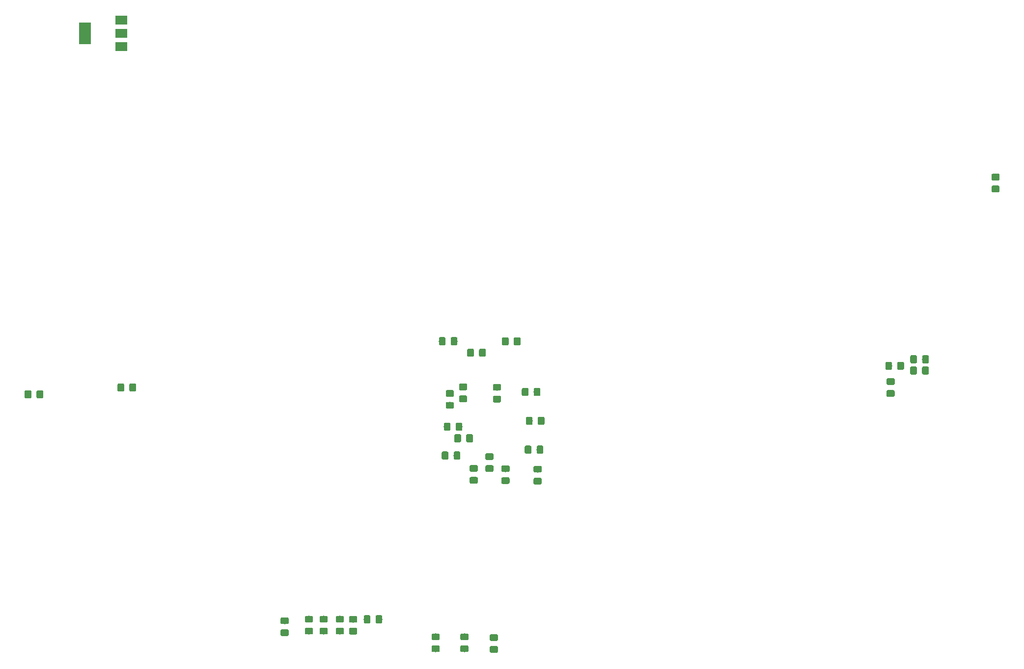
<source format=gbr>
G04 #@! TF.GenerationSoftware,KiCad,Pcbnew,5.0.2-bee76a0~70~ubuntu16.04.1*
G04 #@! TF.CreationDate,2021-08-21T15:35:53+02:00*
G04 #@! TF.ProjectId,IPCMemoryExpansionBoard,4950434d-656d-46f7-9279-457870616e73,rev?*
G04 #@! TF.SameCoordinates,Original*
G04 #@! TF.FileFunction,Paste,Bot*
G04 #@! TF.FilePolarity,Positive*
%FSLAX46Y46*%
G04 Gerber Fmt 4.6, Leading zero omitted, Abs format (unit mm)*
G04 Created by KiCad (PCBNEW 5.0.2-bee76a0~70~ubuntu16.04.1) date lör 21 aug 2021 15:35:53*
%MOMM*%
%LPD*%
G01*
G04 APERTURE LIST*
%ADD10C,0.100000*%
%ADD11C,1.150000*%
%ADD12R,2.000000X3.800000*%
%ADD13R,2.000000X1.500000*%
G04 APERTURE END LIST*
D10*
G04 #@! TO.C,R14*
G36*
X206214505Y-61647204D02*
X206238773Y-61650804D01*
X206262572Y-61656765D01*
X206285671Y-61665030D01*
X206307850Y-61675520D01*
X206328893Y-61688132D01*
X206348599Y-61702747D01*
X206366777Y-61719223D01*
X206383253Y-61737401D01*
X206397868Y-61757107D01*
X206410480Y-61778150D01*
X206420970Y-61800329D01*
X206429235Y-61823428D01*
X206435196Y-61847227D01*
X206438796Y-61871495D01*
X206440000Y-61895999D01*
X206440000Y-62546001D01*
X206438796Y-62570505D01*
X206435196Y-62594773D01*
X206429235Y-62618572D01*
X206420970Y-62641671D01*
X206410480Y-62663850D01*
X206397868Y-62684893D01*
X206383253Y-62704599D01*
X206366777Y-62722777D01*
X206348599Y-62739253D01*
X206328893Y-62753868D01*
X206307850Y-62766480D01*
X206285671Y-62776970D01*
X206262572Y-62785235D01*
X206238773Y-62791196D01*
X206214505Y-62794796D01*
X206190001Y-62796000D01*
X205289999Y-62796000D01*
X205265495Y-62794796D01*
X205241227Y-62791196D01*
X205217428Y-62785235D01*
X205194329Y-62776970D01*
X205172150Y-62766480D01*
X205151107Y-62753868D01*
X205131401Y-62739253D01*
X205113223Y-62722777D01*
X205096747Y-62704599D01*
X205082132Y-62684893D01*
X205069520Y-62663850D01*
X205059030Y-62641671D01*
X205050765Y-62618572D01*
X205044804Y-62594773D01*
X205041204Y-62570505D01*
X205040000Y-62546001D01*
X205040000Y-61895999D01*
X205041204Y-61871495D01*
X205044804Y-61847227D01*
X205050765Y-61823428D01*
X205059030Y-61800329D01*
X205069520Y-61778150D01*
X205082132Y-61757107D01*
X205096747Y-61737401D01*
X205113223Y-61719223D01*
X205131401Y-61702747D01*
X205151107Y-61688132D01*
X205172150Y-61675520D01*
X205194329Y-61665030D01*
X205217428Y-61656765D01*
X205241227Y-61650804D01*
X205265495Y-61647204D01*
X205289999Y-61646000D01*
X206190001Y-61646000D01*
X206214505Y-61647204D01*
X206214505Y-61647204D01*
G37*
D11*
X205740000Y-62221000D03*
D10*
G36*
X206214505Y-63697204D02*
X206238773Y-63700804D01*
X206262572Y-63706765D01*
X206285671Y-63715030D01*
X206307850Y-63725520D01*
X206328893Y-63738132D01*
X206348599Y-63752747D01*
X206366777Y-63769223D01*
X206383253Y-63787401D01*
X206397868Y-63807107D01*
X206410480Y-63828150D01*
X206420970Y-63850329D01*
X206429235Y-63873428D01*
X206435196Y-63897227D01*
X206438796Y-63921495D01*
X206440000Y-63945999D01*
X206440000Y-64596001D01*
X206438796Y-64620505D01*
X206435196Y-64644773D01*
X206429235Y-64668572D01*
X206420970Y-64691671D01*
X206410480Y-64713850D01*
X206397868Y-64734893D01*
X206383253Y-64754599D01*
X206366777Y-64772777D01*
X206348599Y-64789253D01*
X206328893Y-64803868D01*
X206307850Y-64816480D01*
X206285671Y-64826970D01*
X206262572Y-64835235D01*
X206238773Y-64841196D01*
X206214505Y-64844796D01*
X206190001Y-64846000D01*
X205289999Y-64846000D01*
X205265495Y-64844796D01*
X205241227Y-64841196D01*
X205217428Y-64835235D01*
X205194329Y-64826970D01*
X205172150Y-64816480D01*
X205151107Y-64803868D01*
X205131401Y-64789253D01*
X205113223Y-64772777D01*
X205096747Y-64754599D01*
X205082132Y-64734893D01*
X205069520Y-64713850D01*
X205059030Y-64691671D01*
X205050765Y-64668572D01*
X205044804Y-64644773D01*
X205041204Y-64620505D01*
X205040000Y-64596001D01*
X205040000Y-63945999D01*
X205041204Y-63921495D01*
X205044804Y-63897227D01*
X205050765Y-63873428D01*
X205059030Y-63850329D01*
X205069520Y-63828150D01*
X205082132Y-63807107D01*
X205096747Y-63787401D01*
X205113223Y-63769223D01*
X205131401Y-63752747D01*
X205151107Y-63738132D01*
X205172150Y-63725520D01*
X205194329Y-63715030D01*
X205217428Y-63706765D01*
X205241227Y-63700804D01*
X205265495Y-63697204D01*
X205289999Y-63696000D01*
X206190001Y-63696000D01*
X206214505Y-63697204D01*
X206214505Y-63697204D01*
G37*
D11*
X205740000Y-64271000D03*
G04 #@! TD*
D10*
G04 #@! TO.C,C9*
G36*
X39295105Y-99021604D02*
X39319373Y-99025204D01*
X39343172Y-99031165D01*
X39366271Y-99039430D01*
X39388450Y-99049920D01*
X39409493Y-99062532D01*
X39429199Y-99077147D01*
X39447377Y-99093623D01*
X39463853Y-99111801D01*
X39478468Y-99131507D01*
X39491080Y-99152550D01*
X39501570Y-99174729D01*
X39509835Y-99197828D01*
X39515796Y-99221627D01*
X39519396Y-99245895D01*
X39520600Y-99270399D01*
X39520600Y-100170401D01*
X39519396Y-100194905D01*
X39515796Y-100219173D01*
X39509835Y-100242972D01*
X39501570Y-100266071D01*
X39491080Y-100288250D01*
X39478468Y-100309293D01*
X39463853Y-100328999D01*
X39447377Y-100347177D01*
X39429199Y-100363653D01*
X39409493Y-100378268D01*
X39388450Y-100390880D01*
X39366271Y-100401370D01*
X39343172Y-100409635D01*
X39319373Y-100415596D01*
X39295105Y-100419196D01*
X39270601Y-100420400D01*
X38620599Y-100420400D01*
X38596095Y-100419196D01*
X38571827Y-100415596D01*
X38548028Y-100409635D01*
X38524929Y-100401370D01*
X38502750Y-100390880D01*
X38481707Y-100378268D01*
X38462001Y-100363653D01*
X38443823Y-100347177D01*
X38427347Y-100328999D01*
X38412732Y-100309293D01*
X38400120Y-100288250D01*
X38389630Y-100266071D01*
X38381365Y-100242972D01*
X38375404Y-100219173D01*
X38371804Y-100194905D01*
X38370600Y-100170401D01*
X38370600Y-99270399D01*
X38371804Y-99245895D01*
X38375404Y-99221627D01*
X38381365Y-99197828D01*
X38389630Y-99174729D01*
X38400120Y-99152550D01*
X38412732Y-99131507D01*
X38427347Y-99111801D01*
X38443823Y-99093623D01*
X38462001Y-99077147D01*
X38481707Y-99062532D01*
X38502750Y-99049920D01*
X38524929Y-99039430D01*
X38548028Y-99031165D01*
X38571827Y-99025204D01*
X38596095Y-99021604D01*
X38620599Y-99020400D01*
X39270601Y-99020400D01*
X39295105Y-99021604D01*
X39295105Y-99021604D01*
G37*
D11*
X38945600Y-99720400D03*
D10*
G36*
X41345105Y-99021604D02*
X41369373Y-99025204D01*
X41393172Y-99031165D01*
X41416271Y-99039430D01*
X41438450Y-99049920D01*
X41459493Y-99062532D01*
X41479199Y-99077147D01*
X41497377Y-99093623D01*
X41513853Y-99111801D01*
X41528468Y-99131507D01*
X41541080Y-99152550D01*
X41551570Y-99174729D01*
X41559835Y-99197828D01*
X41565796Y-99221627D01*
X41569396Y-99245895D01*
X41570600Y-99270399D01*
X41570600Y-100170401D01*
X41569396Y-100194905D01*
X41565796Y-100219173D01*
X41559835Y-100242972D01*
X41551570Y-100266071D01*
X41541080Y-100288250D01*
X41528468Y-100309293D01*
X41513853Y-100328999D01*
X41497377Y-100347177D01*
X41479199Y-100363653D01*
X41459493Y-100378268D01*
X41438450Y-100390880D01*
X41416271Y-100401370D01*
X41393172Y-100409635D01*
X41369373Y-100415596D01*
X41345105Y-100419196D01*
X41320601Y-100420400D01*
X40670599Y-100420400D01*
X40646095Y-100419196D01*
X40621827Y-100415596D01*
X40598028Y-100409635D01*
X40574929Y-100401370D01*
X40552750Y-100390880D01*
X40531707Y-100378268D01*
X40512001Y-100363653D01*
X40493823Y-100347177D01*
X40477347Y-100328999D01*
X40462732Y-100309293D01*
X40450120Y-100288250D01*
X40439630Y-100266071D01*
X40431365Y-100242972D01*
X40425404Y-100219173D01*
X40421804Y-100194905D01*
X40420600Y-100170401D01*
X40420600Y-99270399D01*
X40421804Y-99245895D01*
X40425404Y-99221627D01*
X40431365Y-99197828D01*
X40439630Y-99174729D01*
X40450120Y-99152550D01*
X40462732Y-99131507D01*
X40477347Y-99111801D01*
X40493823Y-99093623D01*
X40512001Y-99077147D01*
X40531707Y-99062532D01*
X40552750Y-99049920D01*
X40574929Y-99039430D01*
X40598028Y-99031165D01*
X40621827Y-99025204D01*
X40646095Y-99021604D01*
X40670599Y-99020400D01*
X41320601Y-99020400D01*
X41345105Y-99021604D01*
X41345105Y-99021604D01*
G37*
D11*
X40995600Y-99720400D03*
G04 #@! TD*
D10*
G04 #@! TO.C,C11*
G36*
X113245105Y-109588004D02*
X113269373Y-109591604D01*
X113293172Y-109597565D01*
X113316271Y-109605830D01*
X113338450Y-109616320D01*
X113359493Y-109628932D01*
X113379199Y-109643547D01*
X113397377Y-109660023D01*
X113413853Y-109678201D01*
X113428468Y-109697907D01*
X113441080Y-109718950D01*
X113451570Y-109741129D01*
X113459835Y-109764228D01*
X113465796Y-109788027D01*
X113469396Y-109812295D01*
X113470600Y-109836799D01*
X113470600Y-110736801D01*
X113469396Y-110761305D01*
X113465796Y-110785573D01*
X113459835Y-110809372D01*
X113451570Y-110832471D01*
X113441080Y-110854650D01*
X113428468Y-110875693D01*
X113413853Y-110895399D01*
X113397377Y-110913577D01*
X113379199Y-110930053D01*
X113359493Y-110944668D01*
X113338450Y-110957280D01*
X113316271Y-110967770D01*
X113293172Y-110976035D01*
X113269373Y-110981996D01*
X113245105Y-110985596D01*
X113220601Y-110986800D01*
X112570599Y-110986800D01*
X112546095Y-110985596D01*
X112521827Y-110981996D01*
X112498028Y-110976035D01*
X112474929Y-110967770D01*
X112452750Y-110957280D01*
X112431707Y-110944668D01*
X112412001Y-110930053D01*
X112393823Y-110913577D01*
X112377347Y-110895399D01*
X112362732Y-110875693D01*
X112350120Y-110854650D01*
X112339630Y-110832471D01*
X112331365Y-110809372D01*
X112325404Y-110785573D01*
X112321804Y-110761305D01*
X112320600Y-110736801D01*
X112320600Y-109836799D01*
X112321804Y-109812295D01*
X112325404Y-109788027D01*
X112331365Y-109764228D01*
X112339630Y-109741129D01*
X112350120Y-109718950D01*
X112362732Y-109697907D01*
X112377347Y-109678201D01*
X112393823Y-109660023D01*
X112412001Y-109643547D01*
X112431707Y-109628932D01*
X112452750Y-109616320D01*
X112474929Y-109605830D01*
X112498028Y-109597565D01*
X112521827Y-109591604D01*
X112546095Y-109588004D01*
X112570599Y-109586800D01*
X113220601Y-109586800D01*
X113245105Y-109588004D01*
X113245105Y-109588004D01*
G37*
D11*
X112895600Y-110286800D03*
D10*
G36*
X111195105Y-109588004D02*
X111219373Y-109591604D01*
X111243172Y-109597565D01*
X111266271Y-109605830D01*
X111288450Y-109616320D01*
X111309493Y-109628932D01*
X111329199Y-109643547D01*
X111347377Y-109660023D01*
X111363853Y-109678201D01*
X111378468Y-109697907D01*
X111391080Y-109718950D01*
X111401570Y-109741129D01*
X111409835Y-109764228D01*
X111415796Y-109788027D01*
X111419396Y-109812295D01*
X111420600Y-109836799D01*
X111420600Y-110736801D01*
X111419396Y-110761305D01*
X111415796Y-110785573D01*
X111409835Y-110809372D01*
X111401570Y-110832471D01*
X111391080Y-110854650D01*
X111378468Y-110875693D01*
X111363853Y-110895399D01*
X111347377Y-110913577D01*
X111329199Y-110930053D01*
X111309493Y-110944668D01*
X111288450Y-110957280D01*
X111266271Y-110967770D01*
X111243172Y-110976035D01*
X111219373Y-110981996D01*
X111195105Y-110985596D01*
X111170601Y-110986800D01*
X110520599Y-110986800D01*
X110496095Y-110985596D01*
X110471827Y-110981996D01*
X110448028Y-110976035D01*
X110424929Y-110967770D01*
X110402750Y-110957280D01*
X110381707Y-110944668D01*
X110362001Y-110930053D01*
X110343823Y-110913577D01*
X110327347Y-110895399D01*
X110312732Y-110875693D01*
X110300120Y-110854650D01*
X110289630Y-110832471D01*
X110281365Y-110809372D01*
X110275404Y-110785573D01*
X110271804Y-110761305D01*
X110270600Y-110736801D01*
X110270600Y-109836799D01*
X110271804Y-109812295D01*
X110275404Y-109788027D01*
X110281365Y-109764228D01*
X110289630Y-109741129D01*
X110300120Y-109718950D01*
X110312732Y-109697907D01*
X110327347Y-109678201D01*
X110343823Y-109660023D01*
X110362001Y-109643547D01*
X110381707Y-109628932D01*
X110402750Y-109616320D01*
X110424929Y-109605830D01*
X110448028Y-109597565D01*
X110471827Y-109591604D01*
X110496095Y-109588004D01*
X110520599Y-109586800D01*
X111170601Y-109586800D01*
X111195105Y-109588004D01*
X111195105Y-109588004D01*
G37*
D11*
X110845600Y-110286800D03*
G04 #@! TD*
D10*
G04 #@! TO.C,C12*
G36*
X120260905Y-97927404D02*
X120285173Y-97931004D01*
X120308972Y-97936965D01*
X120332071Y-97945230D01*
X120354250Y-97955720D01*
X120375293Y-97968332D01*
X120394999Y-97982947D01*
X120413177Y-97999423D01*
X120429653Y-98017601D01*
X120444268Y-98037307D01*
X120456880Y-98058350D01*
X120467370Y-98080529D01*
X120475635Y-98103628D01*
X120481596Y-98127427D01*
X120485196Y-98151695D01*
X120486400Y-98176199D01*
X120486400Y-98826201D01*
X120485196Y-98850705D01*
X120481596Y-98874973D01*
X120475635Y-98898772D01*
X120467370Y-98921871D01*
X120456880Y-98944050D01*
X120444268Y-98965093D01*
X120429653Y-98984799D01*
X120413177Y-99002977D01*
X120394999Y-99019453D01*
X120375293Y-99034068D01*
X120354250Y-99046680D01*
X120332071Y-99057170D01*
X120308972Y-99065435D01*
X120285173Y-99071396D01*
X120260905Y-99074996D01*
X120236401Y-99076200D01*
X119336399Y-99076200D01*
X119311895Y-99074996D01*
X119287627Y-99071396D01*
X119263828Y-99065435D01*
X119240729Y-99057170D01*
X119218550Y-99046680D01*
X119197507Y-99034068D01*
X119177801Y-99019453D01*
X119159623Y-99002977D01*
X119143147Y-98984799D01*
X119128532Y-98965093D01*
X119115920Y-98944050D01*
X119105430Y-98921871D01*
X119097165Y-98898772D01*
X119091204Y-98874973D01*
X119087604Y-98850705D01*
X119086400Y-98826201D01*
X119086400Y-98176199D01*
X119087604Y-98151695D01*
X119091204Y-98127427D01*
X119097165Y-98103628D01*
X119105430Y-98080529D01*
X119115920Y-98058350D01*
X119128532Y-98037307D01*
X119143147Y-98017601D01*
X119159623Y-97999423D01*
X119177801Y-97982947D01*
X119197507Y-97968332D01*
X119218550Y-97955720D01*
X119240729Y-97945230D01*
X119263828Y-97936965D01*
X119287627Y-97931004D01*
X119311895Y-97927404D01*
X119336399Y-97926200D01*
X120236401Y-97926200D01*
X120260905Y-97927404D01*
X120260905Y-97927404D01*
G37*
D11*
X119786400Y-98501200D03*
D10*
G36*
X120260905Y-99977404D02*
X120285173Y-99981004D01*
X120308972Y-99986965D01*
X120332071Y-99995230D01*
X120354250Y-100005720D01*
X120375293Y-100018332D01*
X120394999Y-100032947D01*
X120413177Y-100049423D01*
X120429653Y-100067601D01*
X120444268Y-100087307D01*
X120456880Y-100108350D01*
X120467370Y-100130529D01*
X120475635Y-100153628D01*
X120481596Y-100177427D01*
X120485196Y-100201695D01*
X120486400Y-100226199D01*
X120486400Y-100876201D01*
X120485196Y-100900705D01*
X120481596Y-100924973D01*
X120475635Y-100948772D01*
X120467370Y-100971871D01*
X120456880Y-100994050D01*
X120444268Y-101015093D01*
X120429653Y-101034799D01*
X120413177Y-101052977D01*
X120394999Y-101069453D01*
X120375293Y-101084068D01*
X120354250Y-101096680D01*
X120332071Y-101107170D01*
X120308972Y-101115435D01*
X120285173Y-101121396D01*
X120260905Y-101124996D01*
X120236401Y-101126200D01*
X119336399Y-101126200D01*
X119311895Y-101124996D01*
X119287627Y-101121396D01*
X119263828Y-101115435D01*
X119240729Y-101107170D01*
X119218550Y-101096680D01*
X119197507Y-101084068D01*
X119177801Y-101069453D01*
X119159623Y-101052977D01*
X119143147Y-101034799D01*
X119128532Y-101015093D01*
X119115920Y-100994050D01*
X119105430Y-100971871D01*
X119097165Y-100948772D01*
X119091204Y-100924973D01*
X119087604Y-100900705D01*
X119086400Y-100876201D01*
X119086400Y-100226199D01*
X119087604Y-100201695D01*
X119091204Y-100177427D01*
X119097165Y-100153628D01*
X119105430Y-100130529D01*
X119115920Y-100108350D01*
X119128532Y-100087307D01*
X119143147Y-100067601D01*
X119159623Y-100049423D01*
X119177801Y-100032947D01*
X119197507Y-100018332D01*
X119218550Y-100005720D01*
X119240729Y-99995230D01*
X119263828Y-99986965D01*
X119287627Y-99981004D01*
X119311895Y-99977404D01*
X119336399Y-99976200D01*
X120236401Y-99976200D01*
X120260905Y-99977404D01*
X120260905Y-99977404D01*
G37*
D11*
X119786400Y-100551200D03*
G04 #@! TD*
D10*
G04 #@! TO.C,C13*
G36*
X127271305Y-112082604D02*
X127295573Y-112086204D01*
X127319372Y-112092165D01*
X127342471Y-112100430D01*
X127364650Y-112110920D01*
X127385693Y-112123532D01*
X127405399Y-112138147D01*
X127423577Y-112154623D01*
X127440053Y-112172801D01*
X127454668Y-112192507D01*
X127467280Y-112213550D01*
X127477770Y-112235729D01*
X127486035Y-112258828D01*
X127491996Y-112282627D01*
X127495596Y-112306895D01*
X127496800Y-112331399D01*
X127496800Y-112981401D01*
X127495596Y-113005905D01*
X127491996Y-113030173D01*
X127486035Y-113053972D01*
X127477770Y-113077071D01*
X127467280Y-113099250D01*
X127454668Y-113120293D01*
X127440053Y-113139999D01*
X127423577Y-113158177D01*
X127405399Y-113174653D01*
X127385693Y-113189268D01*
X127364650Y-113201880D01*
X127342471Y-113212370D01*
X127319372Y-113220635D01*
X127295573Y-113226596D01*
X127271305Y-113230196D01*
X127246801Y-113231400D01*
X126346799Y-113231400D01*
X126322295Y-113230196D01*
X126298027Y-113226596D01*
X126274228Y-113220635D01*
X126251129Y-113212370D01*
X126228950Y-113201880D01*
X126207907Y-113189268D01*
X126188201Y-113174653D01*
X126170023Y-113158177D01*
X126153547Y-113139999D01*
X126138932Y-113120293D01*
X126126320Y-113099250D01*
X126115830Y-113077071D01*
X126107565Y-113053972D01*
X126101604Y-113030173D01*
X126098004Y-113005905D01*
X126096800Y-112981401D01*
X126096800Y-112331399D01*
X126098004Y-112306895D01*
X126101604Y-112282627D01*
X126107565Y-112258828D01*
X126115830Y-112235729D01*
X126126320Y-112213550D01*
X126138932Y-112192507D01*
X126153547Y-112172801D01*
X126170023Y-112154623D01*
X126188201Y-112138147D01*
X126207907Y-112123532D01*
X126228950Y-112110920D01*
X126251129Y-112100430D01*
X126274228Y-112092165D01*
X126298027Y-112086204D01*
X126322295Y-112082604D01*
X126346799Y-112081400D01*
X127246801Y-112081400D01*
X127271305Y-112082604D01*
X127271305Y-112082604D01*
G37*
D11*
X126796800Y-112656400D03*
D10*
G36*
X127271305Y-114132604D02*
X127295573Y-114136204D01*
X127319372Y-114142165D01*
X127342471Y-114150430D01*
X127364650Y-114160920D01*
X127385693Y-114173532D01*
X127405399Y-114188147D01*
X127423577Y-114204623D01*
X127440053Y-114222801D01*
X127454668Y-114242507D01*
X127467280Y-114263550D01*
X127477770Y-114285729D01*
X127486035Y-114308828D01*
X127491996Y-114332627D01*
X127495596Y-114356895D01*
X127496800Y-114381399D01*
X127496800Y-115031401D01*
X127495596Y-115055905D01*
X127491996Y-115080173D01*
X127486035Y-115103972D01*
X127477770Y-115127071D01*
X127467280Y-115149250D01*
X127454668Y-115170293D01*
X127440053Y-115189999D01*
X127423577Y-115208177D01*
X127405399Y-115224653D01*
X127385693Y-115239268D01*
X127364650Y-115251880D01*
X127342471Y-115262370D01*
X127319372Y-115270635D01*
X127295573Y-115276596D01*
X127271305Y-115280196D01*
X127246801Y-115281400D01*
X126346799Y-115281400D01*
X126322295Y-115280196D01*
X126298027Y-115276596D01*
X126274228Y-115270635D01*
X126251129Y-115262370D01*
X126228950Y-115251880D01*
X126207907Y-115239268D01*
X126188201Y-115224653D01*
X126170023Y-115208177D01*
X126153547Y-115189999D01*
X126138932Y-115170293D01*
X126126320Y-115149250D01*
X126115830Y-115127071D01*
X126107565Y-115103972D01*
X126101604Y-115080173D01*
X126098004Y-115055905D01*
X126096800Y-115031401D01*
X126096800Y-114381399D01*
X126098004Y-114356895D01*
X126101604Y-114332627D01*
X126107565Y-114308828D01*
X126115830Y-114285729D01*
X126126320Y-114263550D01*
X126138932Y-114242507D01*
X126153547Y-114222801D01*
X126170023Y-114204623D01*
X126188201Y-114188147D01*
X126207907Y-114173532D01*
X126228950Y-114160920D01*
X126251129Y-114150430D01*
X126274228Y-114142165D01*
X126298027Y-114136204D01*
X126322295Y-114132604D01*
X126346799Y-114131400D01*
X127246801Y-114131400D01*
X127271305Y-114132604D01*
X127271305Y-114132604D01*
G37*
D11*
X126796800Y-114706400D03*
G04 #@! TD*
D10*
G04 #@! TO.C,C14*
G36*
X116247705Y-113991204D02*
X116271973Y-113994804D01*
X116295772Y-114000765D01*
X116318871Y-114009030D01*
X116341050Y-114019520D01*
X116362093Y-114032132D01*
X116381799Y-114046747D01*
X116399977Y-114063223D01*
X116416453Y-114081401D01*
X116431068Y-114101107D01*
X116443680Y-114122150D01*
X116454170Y-114144329D01*
X116462435Y-114167428D01*
X116468396Y-114191227D01*
X116471996Y-114215495D01*
X116473200Y-114239999D01*
X116473200Y-114890001D01*
X116471996Y-114914505D01*
X116468396Y-114938773D01*
X116462435Y-114962572D01*
X116454170Y-114985671D01*
X116443680Y-115007850D01*
X116431068Y-115028893D01*
X116416453Y-115048599D01*
X116399977Y-115066777D01*
X116381799Y-115083253D01*
X116362093Y-115097868D01*
X116341050Y-115110480D01*
X116318871Y-115120970D01*
X116295772Y-115129235D01*
X116271973Y-115135196D01*
X116247705Y-115138796D01*
X116223201Y-115140000D01*
X115323199Y-115140000D01*
X115298695Y-115138796D01*
X115274427Y-115135196D01*
X115250628Y-115129235D01*
X115227529Y-115120970D01*
X115205350Y-115110480D01*
X115184307Y-115097868D01*
X115164601Y-115083253D01*
X115146423Y-115066777D01*
X115129947Y-115048599D01*
X115115332Y-115028893D01*
X115102720Y-115007850D01*
X115092230Y-114985671D01*
X115083965Y-114962572D01*
X115078004Y-114938773D01*
X115074404Y-114914505D01*
X115073200Y-114890001D01*
X115073200Y-114239999D01*
X115074404Y-114215495D01*
X115078004Y-114191227D01*
X115083965Y-114167428D01*
X115092230Y-114144329D01*
X115102720Y-114122150D01*
X115115332Y-114101107D01*
X115129947Y-114081401D01*
X115146423Y-114063223D01*
X115164601Y-114046747D01*
X115184307Y-114032132D01*
X115205350Y-114019520D01*
X115227529Y-114009030D01*
X115250628Y-114000765D01*
X115274427Y-113994804D01*
X115298695Y-113991204D01*
X115323199Y-113990000D01*
X116223201Y-113990000D01*
X116247705Y-113991204D01*
X116247705Y-113991204D01*
G37*
D11*
X115773200Y-114565000D03*
D10*
G36*
X116247705Y-111941204D02*
X116271973Y-111944804D01*
X116295772Y-111950765D01*
X116318871Y-111959030D01*
X116341050Y-111969520D01*
X116362093Y-111982132D01*
X116381799Y-111996747D01*
X116399977Y-112013223D01*
X116416453Y-112031401D01*
X116431068Y-112051107D01*
X116443680Y-112072150D01*
X116454170Y-112094329D01*
X116462435Y-112117428D01*
X116468396Y-112141227D01*
X116471996Y-112165495D01*
X116473200Y-112189999D01*
X116473200Y-112840001D01*
X116471996Y-112864505D01*
X116468396Y-112888773D01*
X116462435Y-112912572D01*
X116454170Y-112935671D01*
X116443680Y-112957850D01*
X116431068Y-112978893D01*
X116416453Y-112998599D01*
X116399977Y-113016777D01*
X116381799Y-113033253D01*
X116362093Y-113047868D01*
X116341050Y-113060480D01*
X116318871Y-113070970D01*
X116295772Y-113079235D01*
X116271973Y-113085196D01*
X116247705Y-113088796D01*
X116223201Y-113090000D01*
X115323199Y-113090000D01*
X115298695Y-113088796D01*
X115274427Y-113085196D01*
X115250628Y-113079235D01*
X115227529Y-113070970D01*
X115205350Y-113060480D01*
X115184307Y-113047868D01*
X115164601Y-113033253D01*
X115146423Y-113016777D01*
X115129947Y-112998599D01*
X115115332Y-112978893D01*
X115102720Y-112957850D01*
X115092230Y-112935671D01*
X115083965Y-112912572D01*
X115078004Y-112888773D01*
X115074404Y-112864505D01*
X115073200Y-112840001D01*
X115073200Y-112189999D01*
X115074404Y-112165495D01*
X115078004Y-112141227D01*
X115083965Y-112117428D01*
X115092230Y-112094329D01*
X115102720Y-112072150D01*
X115115332Y-112051107D01*
X115129947Y-112031401D01*
X115146423Y-112013223D01*
X115164601Y-111996747D01*
X115184307Y-111982132D01*
X115205350Y-111969520D01*
X115227529Y-111959030D01*
X115250628Y-111950765D01*
X115274427Y-111944804D01*
X115298695Y-111941204D01*
X115323199Y-111940000D01*
X116223201Y-111940000D01*
X116247705Y-111941204D01*
X116247705Y-111941204D01*
G37*
D11*
X115773200Y-112515000D03*
G04 #@! TD*
D10*
G04 #@! TO.C,C15*
G36*
X125502705Y-108572004D02*
X125526973Y-108575604D01*
X125550772Y-108581565D01*
X125573871Y-108589830D01*
X125596050Y-108600320D01*
X125617093Y-108612932D01*
X125636799Y-108627547D01*
X125654977Y-108644023D01*
X125671453Y-108662201D01*
X125686068Y-108681907D01*
X125698680Y-108702950D01*
X125709170Y-108725129D01*
X125717435Y-108748228D01*
X125723396Y-108772027D01*
X125726996Y-108796295D01*
X125728200Y-108820799D01*
X125728200Y-109720801D01*
X125726996Y-109745305D01*
X125723396Y-109769573D01*
X125717435Y-109793372D01*
X125709170Y-109816471D01*
X125698680Y-109838650D01*
X125686068Y-109859693D01*
X125671453Y-109879399D01*
X125654977Y-109897577D01*
X125636799Y-109914053D01*
X125617093Y-109928668D01*
X125596050Y-109941280D01*
X125573871Y-109951770D01*
X125550772Y-109960035D01*
X125526973Y-109965996D01*
X125502705Y-109969596D01*
X125478201Y-109970800D01*
X124828199Y-109970800D01*
X124803695Y-109969596D01*
X124779427Y-109965996D01*
X124755628Y-109960035D01*
X124732529Y-109951770D01*
X124710350Y-109941280D01*
X124689307Y-109928668D01*
X124669601Y-109914053D01*
X124651423Y-109897577D01*
X124634947Y-109879399D01*
X124620332Y-109859693D01*
X124607720Y-109838650D01*
X124597230Y-109816471D01*
X124588965Y-109793372D01*
X124583004Y-109769573D01*
X124579404Y-109745305D01*
X124578200Y-109720801D01*
X124578200Y-108820799D01*
X124579404Y-108796295D01*
X124583004Y-108772027D01*
X124588965Y-108748228D01*
X124597230Y-108725129D01*
X124607720Y-108702950D01*
X124620332Y-108681907D01*
X124634947Y-108662201D01*
X124651423Y-108644023D01*
X124669601Y-108627547D01*
X124689307Y-108612932D01*
X124710350Y-108600320D01*
X124732529Y-108589830D01*
X124755628Y-108581565D01*
X124779427Y-108575604D01*
X124803695Y-108572004D01*
X124828199Y-108570800D01*
X125478201Y-108570800D01*
X125502705Y-108572004D01*
X125502705Y-108572004D01*
G37*
D11*
X125153200Y-109270800D03*
D10*
G36*
X127552705Y-108572004D02*
X127576973Y-108575604D01*
X127600772Y-108581565D01*
X127623871Y-108589830D01*
X127646050Y-108600320D01*
X127667093Y-108612932D01*
X127686799Y-108627547D01*
X127704977Y-108644023D01*
X127721453Y-108662201D01*
X127736068Y-108681907D01*
X127748680Y-108702950D01*
X127759170Y-108725129D01*
X127767435Y-108748228D01*
X127773396Y-108772027D01*
X127776996Y-108796295D01*
X127778200Y-108820799D01*
X127778200Y-109720801D01*
X127776996Y-109745305D01*
X127773396Y-109769573D01*
X127767435Y-109793372D01*
X127759170Y-109816471D01*
X127748680Y-109838650D01*
X127736068Y-109859693D01*
X127721453Y-109879399D01*
X127704977Y-109897577D01*
X127686799Y-109914053D01*
X127667093Y-109928668D01*
X127646050Y-109941280D01*
X127623871Y-109951770D01*
X127600772Y-109960035D01*
X127576973Y-109965996D01*
X127552705Y-109969596D01*
X127528201Y-109970800D01*
X126878199Y-109970800D01*
X126853695Y-109969596D01*
X126829427Y-109965996D01*
X126805628Y-109960035D01*
X126782529Y-109951770D01*
X126760350Y-109941280D01*
X126739307Y-109928668D01*
X126719601Y-109914053D01*
X126701423Y-109897577D01*
X126684947Y-109879399D01*
X126670332Y-109859693D01*
X126657720Y-109838650D01*
X126647230Y-109816471D01*
X126638965Y-109793372D01*
X126633004Y-109769573D01*
X126629404Y-109745305D01*
X126628200Y-109720801D01*
X126628200Y-108820799D01*
X126629404Y-108796295D01*
X126633004Y-108772027D01*
X126638965Y-108748228D01*
X126647230Y-108725129D01*
X126657720Y-108702950D01*
X126670332Y-108681907D01*
X126684947Y-108662201D01*
X126701423Y-108644023D01*
X126719601Y-108627547D01*
X126739307Y-108612932D01*
X126760350Y-108600320D01*
X126782529Y-108589830D01*
X126805628Y-108581565D01*
X126829427Y-108575604D01*
X126853695Y-108572004D01*
X126878199Y-108570800D01*
X127528201Y-108570800D01*
X127552705Y-108572004D01*
X127552705Y-108572004D01*
G37*
D11*
X127203200Y-109270800D03*
G04 #@! TD*
D10*
G04 #@! TO.C,C16*
G36*
X114418905Y-97876604D02*
X114443173Y-97880204D01*
X114466972Y-97886165D01*
X114490071Y-97894430D01*
X114512250Y-97904920D01*
X114533293Y-97917532D01*
X114552999Y-97932147D01*
X114571177Y-97948623D01*
X114587653Y-97966801D01*
X114602268Y-97986507D01*
X114614880Y-98007550D01*
X114625370Y-98029729D01*
X114633635Y-98052828D01*
X114639596Y-98076627D01*
X114643196Y-98100895D01*
X114644400Y-98125399D01*
X114644400Y-98775401D01*
X114643196Y-98799905D01*
X114639596Y-98824173D01*
X114633635Y-98847972D01*
X114625370Y-98871071D01*
X114614880Y-98893250D01*
X114602268Y-98914293D01*
X114587653Y-98933999D01*
X114571177Y-98952177D01*
X114552999Y-98968653D01*
X114533293Y-98983268D01*
X114512250Y-98995880D01*
X114490071Y-99006370D01*
X114466972Y-99014635D01*
X114443173Y-99020596D01*
X114418905Y-99024196D01*
X114394401Y-99025400D01*
X113494399Y-99025400D01*
X113469895Y-99024196D01*
X113445627Y-99020596D01*
X113421828Y-99014635D01*
X113398729Y-99006370D01*
X113376550Y-98995880D01*
X113355507Y-98983268D01*
X113335801Y-98968653D01*
X113317623Y-98952177D01*
X113301147Y-98933999D01*
X113286532Y-98914293D01*
X113273920Y-98893250D01*
X113263430Y-98871071D01*
X113255165Y-98847972D01*
X113249204Y-98824173D01*
X113245604Y-98799905D01*
X113244400Y-98775401D01*
X113244400Y-98125399D01*
X113245604Y-98100895D01*
X113249204Y-98076627D01*
X113255165Y-98052828D01*
X113263430Y-98029729D01*
X113273920Y-98007550D01*
X113286532Y-97986507D01*
X113301147Y-97966801D01*
X113317623Y-97948623D01*
X113335801Y-97932147D01*
X113355507Y-97917532D01*
X113376550Y-97904920D01*
X113398729Y-97894430D01*
X113421828Y-97886165D01*
X113445627Y-97880204D01*
X113469895Y-97876604D01*
X113494399Y-97875400D01*
X114394401Y-97875400D01*
X114418905Y-97876604D01*
X114418905Y-97876604D01*
G37*
D11*
X113944400Y-98450400D03*
D10*
G36*
X114418905Y-99926604D02*
X114443173Y-99930204D01*
X114466972Y-99936165D01*
X114490071Y-99944430D01*
X114512250Y-99954920D01*
X114533293Y-99967532D01*
X114552999Y-99982147D01*
X114571177Y-99998623D01*
X114587653Y-100016801D01*
X114602268Y-100036507D01*
X114614880Y-100057550D01*
X114625370Y-100079729D01*
X114633635Y-100102828D01*
X114639596Y-100126627D01*
X114643196Y-100150895D01*
X114644400Y-100175399D01*
X114644400Y-100825401D01*
X114643196Y-100849905D01*
X114639596Y-100874173D01*
X114633635Y-100897972D01*
X114625370Y-100921071D01*
X114614880Y-100943250D01*
X114602268Y-100964293D01*
X114587653Y-100983999D01*
X114571177Y-101002177D01*
X114552999Y-101018653D01*
X114533293Y-101033268D01*
X114512250Y-101045880D01*
X114490071Y-101056370D01*
X114466972Y-101064635D01*
X114443173Y-101070596D01*
X114418905Y-101074196D01*
X114394401Y-101075400D01*
X113494399Y-101075400D01*
X113469895Y-101074196D01*
X113445627Y-101070596D01*
X113421828Y-101064635D01*
X113398729Y-101056370D01*
X113376550Y-101045880D01*
X113355507Y-101033268D01*
X113335801Y-101018653D01*
X113317623Y-101002177D01*
X113301147Y-100983999D01*
X113286532Y-100964293D01*
X113273920Y-100943250D01*
X113263430Y-100921071D01*
X113255165Y-100897972D01*
X113249204Y-100874173D01*
X113245604Y-100849905D01*
X113244400Y-100825401D01*
X113244400Y-100175399D01*
X113245604Y-100150895D01*
X113249204Y-100126627D01*
X113255165Y-100102828D01*
X113263430Y-100079729D01*
X113273920Y-100057550D01*
X113286532Y-100036507D01*
X113301147Y-100016801D01*
X113317623Y-99998623D01*
X113335801Y-99982147D01*
X113355507Y-99967532D01*
X113376550Y-99954920D01*
X113398729Y-99944430D01*
X113421828Y-99936165D01*
X113445627Y-99930204D01*
X113469895Y-99926604D01*
X113494399Y-99925400D01*
X114394401Y-99925400D01*
X114418905Y-99926604D01*
X114418905Y-99926604D01*
G37*
D11*
X113944400Y-100500400D03*
G04 #@! TD*
D10*
G04 #@! TO.C,C17*
G36*
X112132905Y-101044204D02*
X112157173Y-101047804D01*
X112180972Y-101053765D01*
X112204071Y-101062030D01*
X112226250Y-101072520D01*
X112247293Y-101085132D01*
X112266999Y-101099747D01*
X112285177Y-101116223D01*
X112301653Y-101134401D01*
X112316268Y-101154107D01*
X112328880Y-101175150D01*
X112339370Y-101197329D01*
X112347635Y-101220428D01*
X112353596Y-101244227D01*
X112357196Y-101268495D01*
X112358400Y-101292999D01*
X112358400Y-101943001D01*
X112357196Y-101967505D01*
X112353596Y-101991773D01*
X112347635Y-102015572D01*
X112339370Y-102038671D01*
X112328880Y-102060850D01*
X112316268Y-102081893D01*
X112301653Y-102101599D01*
X112285177Y-102119777D01*
X112266999Y-102136253D01*
X112247293Y-102150868D01*
X112226250Y-102163480D01*
X112204071Y-102173970D01*
X112180972Y-102182235D01*
X112157173Y-102188196D01*
X112132905Y-102191796D01*
X112108401Y-102193000D01*
X111208399Y-102193000D01*
X111183895Y-102191796D01*
X111159627Y-102188196D01*
X111135828Y-102182235D01*
X111112729Y-102173970D01*
X111090550Y-102163480D01*
X111069507Y-102150868D01*
X111049801Y-102136253D01*
X111031623Y-102119777D01*
X111015147Y-102101599D01*
X111000532Y-102081893D01*
X110987920Y-102060850D01*
X110977430Y-102038671D01*
X110969165Y-102015572D01*
X110963204Y-101991773D01*
X110959604Y-101967505D01*
X110958400Y-101943001D01*
X110958400Y-101292999D01*
X110959604Y-101268495D01*
X110963204Y-101244227D01*
X110969165Y-101220428D01*
X110977430Y-101197329D01*
X110987920Y-101175150D01*
X111000532Y-101154107D01*
X111015147Y-101134401D01*
X111031623Y-101116223D01*
X111049801Y-101099747D01*
X111069507Y-101085132D01*
X111090550Y-101072520D01*
X111112729Y-101062030D01*
X111135828Y-101053765D01*
X111159627Y-101047804D01*
X111183895Y-101044204D01*
X111208399Y-101043000D01*
X112108401Y-101043000D01*
X112132905Y-101044204D01*
X112132905Y-101044204D01*
G37*
D11*
X111658400Y-101618000D03*
D10*
G36*
X112132905Y-98994204D02*
X112157173Y-98997804D01*
X112180972Y-99003765D01*
X112204071Y-99012030D01*
X112226250Y-99022520D01*
X112247293Y-99035132D01*
X112266999Y-99049747D01*
X112285177Y-99066223D01*
X112301653Y-99084401D01*
X112316268Y-99104107D01*
X112328880Y-99125150D01*
X112339370Y-99147329D01*
X112347635Y-99170428D01*
X112353596Y-99194227D01*
X112357196Y-99218495D01*
X112358400Y-99242999D01*
X112358400Y-99893001D01*
X112357196Y-99917505D01*
X112353596Y-99941773D01*
X112347635Y-99965572D01*
X112339370Y-99988671D01*
X112328880Y-100010850D01*
X112316268Y-100031893D01*
X112301653Y-100051599D01*
X112285177Y-100069777D01*
X112266999Y-100086253D01*
X112247293Y-100100868D01*
X112226250Y-100113480D01*
X112204071Y-100123970D01*
X112180972Y-100132235D01*
X112157173Y-100138196D01*
X112132905Y-100141796D01*
X112108401Y-100143000D01*
X111208399Y-100143000D01*
X111183895Y-100141796D01*
X111159627Y-100138196D01*
X111135828Y-100132235D01*
X111112729Y-100123970D01*
X111090550Y-100113480D01*
X111069507Y-100100868D01*
X111049801Y-100086253D01*
X111031623Y-100069777D01*
X111015147Y-100051599D01*
X111000532Y-100031893D01*
X110987920Y-100010850D01*
X110977430Y-99988671D01*
X110969165Y-99965572D01*
X110963204Y-99941773D01*
X110959604Y-99917505D01*
X110958400Y-99893001D01*
X110958400Y-99242999D01*
X110959604Y-99218495D01*
X110963204Y-99194227D01*
X110969165Y-99170428D01*
X110977430Y-99147329D01*
X110987920Y-99125150D01*
X111000532Y-99104107D01*
X111015147Y-99084401D01*
X111031623Y-99066223D01*
X111049801Y-99049747D01*
X111069507Y-99035132D01*
X111090550Y-99022520D01*
X111112729Y-99012030D01*
X111135828Y-99003765D01*
X111159627Y-98997804D01*
X111183895Y-98994204D01*
X111208399Y-98993000D01*
X112108401Y-98993000D01*
X112132905Y-98994204D01*
X112132905Y-98994204D01*
G37*
D11*
X111658400Y-99568000D03*
G04 #@! TD*
D10*
G04 #@! TO.C,C18*
G36*
X127044705Y-98615204D02*
X127068973Y-98618804D01*
X127092772Y-98624765D01*
X127115871Y-98633030D01*
X127138050Y-98643520D01*
X127159093Y-98656132D01*
X127178799Y-98670747D01*
X127196977Y-98687223D01*
X127213453Y-98705401D01*
X127228068Y-98725107D01*
X127240680Y-98746150D01*
X127251170Y-98768329D01*
X127259435Y-98791428D01*
X127265396Y-98815227D01*
X127268996Y-98839495D01*
X127270200Y-98863999D01*
X127270200Y-99764001D01*
X127268996Y-99788505D01*
X127265396Y-99812773D01*
X127259435Y-99836572D01*
X127251170Y-99859671D01*
X127240680Y-99881850D01*
X127228068Y-99902893D01*
X127213453Y-99922599D01*
X127196977Y-99940777D01*
X127178799Y-99957253D01*
X127159093Y-99971868D01*
X127138050Y-99984480D01*
X127115871Y-99994970D01*
X127092772Y-100003235D01*
X127068973Y-100009196D01*
X127044705Y-100012796D01*
X127020201Y-100014000D01*
X126370199Y-100014000D01*
X126345695Y-100012796D01*
X126321427Y-100009196D01*
X126297628Y-100003235D01*
X126274529Y-99994970D01*
X126252350Y-99984480D01*
X126231307Y-99971868D01*
X126211601Y-99957253D01*
X126193423Y-99940777D01*
X126176947Y-99922599D01*
X126162332Y-99902893D01*
X126149720Y-99881850D01*
X126139230Y-99859671D01*
X126130965Y-99836572D01*
X126125004Y-99812773D01*
X126121404Y-99788505D01*
X126120200Y-99764001D01*
X126120200Y-98863999D01*
X126121404Y-98839495D01*
X126125004Y-98815227D01*
X126130965Y-98791428D01*
X126139230Y-98768329D01*
X126149720Y-98746150D01*
X126162332Y-98725107D01*
X126176947Y-98705401D01*
X126193423Y-98687223D01*
X126211601Y-98670747D01*
X126231307Y-98656132D01*
X126252350Y-98643520D01*
X126274529Y-98633030D01*
X126297628Y-98624765D01*
X126321427Y-98618804D01*
X126345695Y-98615204D01*
X126370199Y-98614000D01*
X127020201Y-98614000D01*
X127044705Y-98615204D01*
X127044705Y-98615204D01*
G37*
D11*
X126695200Y-99314000D03*
D10*
G36*
X124994705Y-98615204D02*
X125018973Y-98618804D01*
X125042772Y-98624765D01*
X125065871Y-98633030D01*
X125088050Y-98643520D01*
X125109093Y-98656132D01*
X125128799Y-98670747D01*
X125146977Y-98687223D01*
X125163453Y-98705401D01*
X125178068Y-98725107D01*
X125190680Y-98746150D01*
X125201170Y-98768329D01*
X125209435Y-98791428D01*
X125215396Y-98815227D01*
X125218996Y-98839495D01*
X125220200Y-98863999D01*
X125220200Y-99764001D01*
X125218996Y-99788505D01*
X125215396Y-99812773D01*
X125209435Y-99836572D01*
X125201170Y-99859671D01*
X125190680Y-99881850D01*
X125178068Y-99902893D01*
X125163453Y-99922599D01*
X125146977Y-99940777D01*
X125128799Y-99957253D01*
X125109093Y-99971868D01*
X125088050Y-99984480D01*
X125065871Y-99994970D01*
X125042772Y-100003235D01*
X125018973Y-100009196D01*
X124994705Y-100012796D01*
X124970201Y-100014000D01*
X124320199Y-100014000D01*
X124295695Y-100012796D01*
X124271427Y-100009196D01*
X124247628Y-100003235D01*
X124224529Y-99994970D01*
X124202350Y-99984480D01*
X124181307Y-99971868D01*
X124161601Y-99957253D01*
X124143423Y-99940777D01*
X124126947Y-99922599D01*
X124112332Y-99902893D01*
X124099720Y-99881850D01*
X124089230Y-99859671D01*
X124080965Y-99836572D01*
X124075004Y-99812773D01*
X124071404Y-99788505D01*
X124070200Y-99764001D01*
X124070200Y-98863999D01*
X124071404Y-98839495D01*
X124075004Y-98815227D01*
X124080965Y-98791428D01*
X124089230Y-98768329D01*
X124099720Y-98746150D01*
X124112332Y-98725107D01*
X124126947Y-98705401D01*
X124143423Y-98687223D01*
X124161601Y-98670747D01*
X124181307Y-98656132D01*
X124202350Y-98643520D01*
X124224529Y-98633030D01*
X124247628Y-98624765D01*
X124271427Y-98618804D01*
X124295695Y-98615204D01*
X124320199Y-98614000D01*
X124970201Y-98614000D01*
X124994705Y-98615204D01*
X124994705Y-98615204D01*
G37*
D11*
X124645200Y-99314000D03*
G04 #@! TD*
D10*
G04 #@! TO.C,C19*
G36*
X125705905Y-103593604D02*
X125730173Y-103597204D01*
X125753972Y-103603165D01*
X125777071Y-103611430D01*
X125799250Y-103621920D01*
X125820293Y-103634532D01*
X125839999Y-103649147D01*
X125858177Y-103665623D01*
X125874653Y-103683801D01*
X125889268Y-103703507D01*
X125901880Y-103724550D01*
X125912370Y-103746729D01*
X125920635Y-103769828D01*
X125926596Y-103793627D01*
X125930196Y-103817895D01*
X125931400Y-103842399D01*
X125931400Y-104742401D01*
X125930196Y-104766905D01*
X125926596Y-104791173D01*
X125920635Y-104814972D01*
X125912370Y-104838071D01*
X125901880Y-104860250D01*
X125889268Y-104881293D01*
X125874653Y-104900999D01*
X125858177Y-104919177D01*
X125839999Y-104935653D01*
X125820293Y-104950268D01*
X125799250Y-104962880D01*
X125777071Y-104973370D01*
X125753972Y-104981635D01*
X125730173Y-104987596D01*
X125705905Y-104991196D01*
X125681401Y-104992400D01*
X125031399Y-104992400D01*
X125006895Y-104991196D01*
X124982627Y-104987596D01*
X124958828Y-104981635D01*
X124935729Y-104973370D01*
X124913550Y-104962880D01*
X124892507Y-104950268D01*
X124872801Y-104935653D01*
X124854623Y-104919177D01*
X124838147Y-104900999D01*
X124823532Y-104881293D01*
X124810920Y-104860250D01*
X124800430Y-104838071D01*
X124792165Y-104814972D01*
X124786204Y-104791173D01*
X124782604Y-104766905D01*
X124781400Y-104742401D01*
X124781400Y-103842399D01*
X124782604Y-103817895D01*
X124786204Y-103793627D01*
X124792165Y-103769828D01*
X124800430Y-103746729D01*
X124810920Y-103724550D01*
X124823532Y-103703507D01*
X124838147Y-103683801D01*
X124854623Y-103665623D01*
X124872801Y-103649147D01*
X124892507Y-103634532D01*
X124913550Y-103621920D01*
X124935729Y-103611430D01*
X124958828Y-103603165D01*
X124982627Y-103597204D01*
X125006895Y-103593604D01*
X125031399Y-103592400D01*
X125681401Y-103592400D01*
X125705905Y-103593604D01*
X125705905Y-103593604D01*
G37*
D11*
X125356400Y-104292400D03*
D10*
G36*
X127755905Y-103593604D02*
X127780173Y-103597204D01*
X127803972Y-103603165D01*
X127827071Y-103611430D01*
X127849250Y-103621920D01*
X127870293Y-103634532D01*
X127889999Y-103649147D01*
X127908177Y-103665623D01*
X127924653Y-103683801D01*
X127939268Y-103703507D01*
X127951880Y-103724550D01*
X127962370Y-103746729D01*
X127970635Y-103769828D01*
X127976596Y-103793627D01*
X127980196Y-103817895D01*
X127981400Y-103842399D01*
X127981400Y-104742401D01*
X127980196Y-104766905D01*
X127976596Y-104791173D01*
X127970635Y-104814972D01*
X127962370Y-104838071D01*
X127951880Y-104860250D01*
X127939268Y-104881293D01*
X127924653Y-104900999D01*
X127908177Y-104919177D01*
X127889999Y-104935653D01*
X127870293Y-104950268D01*
X127849250Y-104962880D01*
X127827071Y-104973370D01*
X127803972Y-104981635D01*
X127780173Y-104987596D01*
X127755905Y-104991196D01*
X127731401Y-104992400D01*
X127081399Y-104992400D01*
X127056895Y-104991196D01*
X127032627Y-104987596D01*
X127008828Y-104981635D01*
X126985729Y-104973370D01*
X126963550Y-104962880D01*
X126942507Y-104950268D01*
X126922801Y-104935653D01*
X126904623Y-104919177D01*
X126888147Y-104900999D01*
X126873532Y-104881293D01*
X126860920Y-104860250D01*
X126850430Y-104838071D01*
X126842165Y-104814972D01*
X126836204Y-104791173D01*
X126832604Y-104766905D01*
X126831400Y-104742401D01*
X126831400Y-103842399D01*
X126832604Y-103817895D01*
X126836204Y-103793627D01*
X126842165Y-103769828D01*
X126850430Y-103746729D01*
X126860920Y-103724550D01*
X126873532Y-103703507D01*
X126888147Y-103683801D01*
X126904623Y-103665623D01*
X126922801Y-103649147D01*
X126942507Y-103634532D01*
X126963550Y-103621920D01*
X126985729Y-103611430D01*
X127008828Y-103603165D01*
X127032627Y-103597204D01*
X127056895Y-103593604D01*
X127081399Y-103592400D01*
X127731401Y-103592400D01*
X127755905Y-103593604D01*
X127755905Y-103593604D01*
G37*
D11*
X127406400Y-104292400D03*
G04 #@! TD*
D10*
G04 #@! TO.C,C20*
G36*
X193999105Y-94906804D02*
X194023373Y-94910404D01*
X194047172Y-94916365D01*
X194070271Y-94924630D01*
X194092450Y-94935120D01*
X194113493Y-94947732D01*
X194133199Y-94962347D01*
X194151377Y-94978823D01*
X194167853Y-94997001D01*
X194182468Y-95016707D01*
X194195080Y-95037750D01*
X194205570Y-95059929D01*
X194213835Y-95083028D01*
X194219796Y-95106827D01*
X194223396Y-95131095D01*
X194224600Y-95155599D01*
X194224600Y-96055601D01*
X194223396Y-96080105D01*
X194219796Y-96104373D01*
X194213835Y-96128172D01*
X194205570Y-96151271D01*
X194195080Y-96173450D01*
X194182468Y-96194493D01*
X194167853Y-96214199D01*
X194151377Y-96232377D01*
X194133199Y-96248853D01*
X194113493Y-96263468D01*
X194092450Y-96276080D01*
X194070271Y-96286570D01*
X194047172Y-96294835D01*
X194023373Y-96300796D01*
X193999105Y-96304396D01*
X193974601Y-96305600D01*
X193324599Y-96305600D01*
X193300095Y-96304396D01*
X193275827Y-96300796D01*
X193252028Y-96294835D01*
X193228929Y-96286570D01*
X193206750Y-96276080D01*
X193185707Y-96263468D01*
X193166001Y-96248853D01*
X193147823Y-96232377D01*
X193131347Y-96214199D01*
X193116732Y-96194493D01*
X193104120Y-96173450D01*
X193093630Y-96151271D01*
X193085365Y-96128172D01*
X193079404Y-96104373D01*
X193075804Y-96080105D01*
X193074600Y-96055601D01*
X193074600Y-95155599D01*
X193075804Y-95131095D01*
X193079404Y-95106827D01*
X193085365Y-95083028D01*
X193093630Y-95059929D01*
X193104120Y-95037750D01*
X193116732Y-95016707D01*
X193131347Y-94997001D01*
X193147823Y-94978823D01*
X193166001Y-94962347D01*
X193185707Y-94947732D01*
X193206750Y-94935120D01*
X193228929Y-94924630D01*
X193252028Y-94916365D01*
X193275827Y-94910404D01*
X193300095Y-94906804D01*
X193324599Y-94905600D01*
X193974601Y-94905600D01*
X193999105Y-94906804D01*
X193999105Y-94906804D01*
G37*
D11*
X193649600Y-95605600D03*
D10*
G36*
X191949105Y-94906804D02*
X191973373Y-94910404D01*
X191997172Y-94916365D01*
X192020271Y-94924630D01*
X192042450Y-94935120D01*
X192063493Y-94947732D01*
X192083199Y-94962347D01*
X192101377Y-94978823D01*
X192117853Y-94997001D01*
X192132468Y-95016707D01*
X192145080Y-95037750D01*
X192155570Y-95059929D01*
X192163835Y-95083028D01*
X192169796Y-95106827D01*
X192173396Y-95131095D01*
X192174600Y-95155599D01*
X192174600Y-96055601D01*
X192173396Y-96080105D01*
X192169796Y-96104373D01*
X192163835Y-96128172D01*
X192155570Y-96151271D01*
X192145080Y-96173450D01*
X192132468Y-96194493D01*
X192117853Y-96214199D01*
X192101377Y-96232377D01*
X192083199Y-96248853D01*
X192063493Y-96263468D01*
X192042450Y-96276080D01*
X192020271Y-96286570D01*
X191997172Y-96294835D01*
X191973373Y-96300796D01*
X191949105Y-96304396D01*
X191924601Y-96305600D01*
X191274599Y-96305600D01*
X191250095Y-96304396D01*
X191225827Y-96300796D01*
X191202028Y-96294835D01*
X191178929Y-96286570D01*
X191156750Y-96276080D01*
X191135707Y-96263468D01*
X191116001Y-96248853D01*
X191097823Y-96232377D01*
X191081347Y-96214199D01*
X191066732Y-96194493D01*
X191054120Y-96173450D01*
X191043630Y-96151271D01*
X191035365Y-96128172D01*
X191029404Y-96104373D01*
X191025804Y-96080105D01*
X191024600Y-96055601D01*
X191024600Y-95155599D01*
X191025804Y-95131095D01*
X191029404Y-95106827D01*
X191035365Y-95083028D01*
X191043630Y-95059929D01*
X191054120Y-95037750D01*
X191066732Y-95016707D01*
X191081347Y-94997001D01*
X191097823Y-94978823D01*
X191116001Y-94962347D01*
X191135707Y-94947732D01*
X191156750Y-94935120D01*
X191178929Y-94924630D01*
X191202028Y-94916365D01*
X191225827Y-94910404D01*
X191250095Y-94906804D01*
X191274599Y-94905600D01*
X191924601Y-94905600D01*
X191949105Y-94906804D01*
X191949105Y-94906804D01*
G37*
D11*
X191599600Y-95605600D03*
G04 #@! TD*
D10*
G04 #@! TO.C,C21*
G36*
X189724505Y-94106704D02*
X189748773Y-94110304D01*
X189772572Y-94116265D01*
X189795671Y-94124530D01*
X189817850Y-94135020D01*
X189838893Y-94147632D01*
X189858599Y-94162247D01*
X189876777Y-94178723D01*
X189893253Y-94196901D01*
X189907868Y-94216607D01*
X189920480Y-94237650D01*
X189930970Y-94259829D01*
X189939235Y-94282928D01*
X189945196Y-94306727D01*
X189948796Y-94330995D01*
X189950000Y-94355499D01*
X189950000Y-95255501D01*
X189948796Y-95280005D01*
X189945196Y-95304273D01*
X189939235Y-95328072D01*
X189930970Y-95351171D01*
X189920480Y-95373350D01*
X189907868Y-95394393D01*
X189893253Y-95414099D01*
X189876777Y-95432277D01*
X189858599Y-95448753D01*
X189838893Y-95463368D01*
X189817850Y-95475980D01*
X189795671Y-95486470D01*
X189772572Y-95494735D01*
X189748773Y-95500696D01*
X189724505Y-95504296D01*
X189700001Y-95505500D01*
X189049999Y-95505500D01*
X189025495Y-95504296D01*
X189001227Y-95500696D01*
X188977428Y-95494735D01*
X188954329Y-95486470D01*
X188932150Y-95475980D01*
X188911107Y-95463368D01*
X188891401Y-95448753D01*
X188873223Y-95432277D01*
X188856747Y-95414099D01*
X188842132Y-95394393D01*
X188829520Y-95373350D01*
X188819030Y-95351171D01*
X188810765Y-95328072D01*
X188804804Y-95304273D01*
X188801204Y-95280005D01*
X188800000Y-95255501D01*
X188800000Y-94355499D01*
X188801204Y-94330995D01*
X188804804Y-94306727D01*
X188810765Y-94282928D01*
X188819030Y-94259829D01*
X188829520Y-94237650D01*
X188842132Y-94216607D01*
X188856747Y-94196901D01*
X188873223Y-94178723D01*
X188891401Y-94162247D01*
X188911107Y-94147632D01*
X188932150Y-94135020D01*
X188954329Y-94124530D01*
X188977428Y-94116265D01*
X189001227Y-94110304D01*
X189025495Y-94106704D01*
X189049999Y-94105500D01*
X189700001Y-94105500D01*
X189724505Y-94106704D01*
X189724505Y-94106704D01*
G37*
D11*
X189375000Y-94805500D03*
D10*
G36*
X187674505Y-94106704D02*
X187698773Y-94110304D01*
X187722572Y-94116265D01*
X187745671Y-94124530D01*
X187767850Y-94135020D01*
X187788893Y-94147632D01*
X187808599Y-94162247D01*
X187826777Y-94178723D01*
X187843253Y-94196901D01*
X187857868Y-94216607D01*
X187870480Y-94237650D01*
X187880970Y-94259829D01*
X187889235Y-94282928D01*
X187895196Y-94306727D01*
X187898796Y-94330995D01*
X187900000Y-94355499D01*
X187900000Y-95255501D01*
X187898796Y-95280005D01*
X187895196Y-95304273D01*
X187889235Y-95328072D01*
X187880970Y-95351171D01*
X187870480Y-95373350D01*
X187857868Y-95394393D01*
X187843253Y-95414099D01*
X187826777Y-95432277D01*
X187808599Y-95448753D01*
X187788893Y-95463368D01*
X187767850Y-95475980D01*
X187745671Y-95486470D01*
X187722572Y-95494735D01*
X187698773Y-95500696D01*
X187674505Y-95504296D01*
X187650001Y-95505500D01*
X186999999Y-95505500D01*
X186975495Y-95504296D01*
X186951227Y-95500696D01*
X186927428Y-95494735D01*
X186904329Y-95486470D01*
X186882150Y-95475980D01*
X186861107Y-95463368D01*
X186841401Y-95448753D01*
X186823223Y-95432277D01*
X186806747Y-95414099D01*
X186792132Y-95394393D01*
X186779520Y-95373350D01*
X186769030Y-95351171D01*
X186760765Y-95328072D01*
X186754804Y-95304273D01*
X186751204Y-95280005D01*
X186750000Y-95255501D01*
X186750000Y-94355499D01*
X186751204Y-94330995D01*
X186754804Y-94306727D01*
X186760765Y-94282928D01*
X186769030Y-94259829D01*
X186779520Y-94237650D01*
X186792132Y-94216607D01*
X186806747Y-94196901D01*
X186823223Y-94178723D01*
X186841401Y-94162247D01*
X186861107Y-94147632D01*
X186882150Y-94135020D01*
X186904329Y-94124530D01*
X186927428Y-94116265D01*
X186951227Y-94110304D01*
X186975495Y-94106704D01*
X186999999Y-94105500D01*
X187650001Y-94105500D01*
X187674505Y-94106704D01*
X187674505Y-94106704D01*
G37*
D11*
X187325000Y-94805500D03*
G04 #@! TD*
D10*
G04 #@! TO.C,C23*
G36*
X123624705Y-89877604D02*
X123648973Y-89881204D01*
X123672772Y-89887165D01*
X123695871Y-89895430D01*
X123718050Y-89905920D01*
X123739093Y-89918532D01*
X123758799Y-89933147D01*
X123776977Y-89949623D01*
X123793453Y-89967801D01*
X123808068Y-89987507D01*
X123820680Y-90008550D01*
X123831170Y-90030729D01*
X123839435Y-90053828D01*
X123845396Y-90077627D01*
X123848996Y-90101895D01*
X123850200Y-90126399D01*
X123850200Y-91026401D01*
X123848996Y-91050905D01*
X123845396Y-91075173D01*
X123839435Y-91098972D01*
X123831170Y-91122071D01*
X123820680Y-91144250D01*
X123808068Y-91165293D01*
X123793453Y-91184999D01*
X123776977Y-91203177D01*
X123758799Y-91219653D01*
X123739093Y-91234268D01*
X123718050Y-91246880D01*
X123695871Y-91257370D01*
X123672772Y-91265635D01*
X123648973Y-91271596D01*
X123624705Y-91275196D01*
X123600201Y-91276400D01*
X122950199Y-91276400D01*
X122925695Y-91275196D01*
X122901427Y-91271596D01*
X122877628Y-91265635D01*
X122854529Y-91257370D01*
X122832350Y-91246880D01*
X122811307Y-91234268D01*
X122791601Y-91219653D01*
X122773423Y-91203177D01*
X122756947Y-91184999D01*
X122742332Y-91165293D01*
X122729720Y-91144250D01*
X122719230Y-91122071D01*
X122710965Y-91098972D01*
X122705004Y-91075173D01*
X122701404Y-91050905D01*
X122700200Y-91026401D01*
X122700200Y-90126399D01*
X122701404Y-90101895D01*
X122705004Y-90077627D01*
X122710965Y-90053828D01*
X122719230Y-90030729D01*
X122729720Y-90008550D01*
X122742332Y-89987507D01*
X122756947Y-89967801D01*
X122773423Y-89949623D01*
X122791601Y-89933147D01*
X122811307Y-89918532D01*
X122832350Y-89905920D01*
X122854529Y-89895430D01*
X122877628Y-89887165D01*
X122901427Y-89881204D01*
X122925695Y-89877604D01*
X122950199Y-89876400D01*
X123600201Y-89876400D01*
X123624705Y-89877604D01*
X123624705Y-89877604D01*
G37*
D11*
X123275200Y-90576400D03*
D10*
G36*
X121574705Y-89877604D02*
X121598973Y-89881204D01*
X121622772Y-89887165D01*
X121645871Y-89895430D01*
X121668050Y-89905920D01*
X121689093Y-89918532D01*
X121708799Y-89933147D01*
X121726977Y-89949623D01*
X121743453Y-89967801D01*
X121758068Y-89987507D01*
X121770680Y-90008550D01*
X121781170Y-90030729D01*
X121789435Y-90053828D01*
X121795396Y-90077627D01*
X121798996Y-90101895D01*
X121800200Y-90126399D01*
X121800200Y-91026401D01*
X121798996Y-91050905D01*
X121795396Y-91075173D01*
X121789435Y-91098972D01*
X121781170Y-91122071D01*
X121770680Y-91144250D01*
X121758068Y-91165293D01*
X121743453Y-91184999D01*
X121726977Y-91203177D01*
X121708799Y-91219653D01*
X121689093Y-91234268D01*
X121668050Y-91246880D01*
X121645871Y-91257370D01*
X121622772Y-91265635D01*
X121598973Y-91271596D01*
X121574705Y-91275196D01*
X121550201Y-91276400D01*
X120900199Y-91276400D01*
X120875695Y-91275196D01*
X120851427Y-91271596D01*
X120827628Y-91265635D01*
X120804529Y-91257370D01*
X120782350Y-91246880D01*
X120761307Y-91234268D01*
X120741601Y-91219653D01*
X120723423Y-91203177D01*
X120706947Y-91184999D01*
X120692332Y-91165293D01*
X120679720Y-91144250D01*
X120669230Y-91122071D01*
X120660965Y-91098972D01*
X120655004Y-91075173D01*
X120651404Y-91050905D01*
X120650200Y-91026401D01*
X120650200Y-90126399D01*
X120651404Y-90101895D01*
X120655004Y-90077627D01*
X120660965Y-90053828D01*
X120669230Y-90030729D01*
X120679720Y-90008550D01*
X120692332Y-89987507D01*
X120706947Y-89967801D01*
X120723423Y-89949623D01*
X120741601Y-89933147D01*
X120761307Y-89918532D01*
X120782350Y-89905920D01*
X120804529Y-89895430D01*
X120827628Y-89887165D01*
X120851427Y-89881204D01*
X120875695Y-89877604D01*
X120900199Y-89876400D01*
X121550201Y-89876400D01*
X121574705Y-89877604D01*
X121574705Y-89877604D01*
G37*
D11*
X121225200Y-90576400D03*
G04 #@! TD*
D10*
G04 #@! TO.C,C24*
G36*
X112744505Y-89852204D02*
X112768773Y-89855804D01*
X112792572Y-89861765D01*
X112815671Y-89870030D01*
X112837850Y-89880520D01*
X112858893Y-89893132D01*
X112878599Y-89907747D01*
X112896777Y-89924223D01*
X112913253Y-89942401D01*
X112927868Y-89962107D01*
X112940480Y-89983150D01*
X112950970Y-90005329D01*
X112959235Y-90028428D01*
X112965196Y-90052227D01*
X112968796Y-90076495D01*
X112970000Y-90100999D01*
X112970000Y-91001001D01*
X112968796Y-91025505D01*
X112965196Y-91049773D01*
X112959235Y-91073572D01*
X112950970Y-91096671D01*
X112940480Y-91118850D01*
X112927868Y-91139893D01*
X112913253Y-91159599D01*
X112896777Y-91177777D01*
X112878599Y-91194253D01*
X112858893Y-91208868D01*
X112837850Y-91221480D01*
X112815671Y-91231970D01*
X112792572Y-91240235D01*
X112768773Y-91246196D01*
X112744505Y-91249796D01*
X112720001Y-91251000D01*
X112069999Y-91251000D01*
X112045495Y-91249796D01*
X112021227Y-91246196D01*
X111997428Y-91240235D01*
X111974329Y-91231970D01*
X111952150Y-91221480D01*
X111931107Y-91208868D01*
X111911401Y-91194253D01*
X111893223Y-91177777D01*
X111876747Y-91159599D01*
X111862132Y-91139893D01*
X111849520Y-91118850D01*
X111839030Y-91096671D01*
X111830765Y-91073572D01*
X111824804Y-91049773D01*
X111821204Y-91025505D01*
X111820000Y-91001001D01*
X111820000Y-90100999D01*
X111821204Y-90076495D01*
X111824804Y-90052227D01*
X111830765Y-90028428D01*
X111839030Y-90005329D01*
X111849520Y-89983150D01*
X111862132Y-89962107D01*
X111876747Y-89942401D01*
X111893223Y-89924223D01*
X111911401Y-89907747D01*
X111931107Y-89893132D01*
X111952150Y-89880520D01*
X111974329Y-89870030D01*
X111997428Y-89861765D01*
X112021227Y-89855804D01*
X112045495Y-89852204D01*
X112069999Y-89851000D01*
X112720001Y-89851000D01*
X112744505Y-89852204D01*
X112744505Y-89852204D01*
G37*
D11*
X112395000Y-90551000D03*
D10*
G36*
X110694505Y-89852204D02*
X110718773Y-89855804D01*
X110742572Y-89861765D01*
X110765671Y-89870030D01*
X110787850Y-89880520D01*
X110808893Y-89893132D01*
X110828599Y-89907747D01*
X110846777Y-89924223D01*
X110863253Y-89942401D01*
X110877868Y-89962107D01*
X110890480Y-89983150D01*
X110900970Y-90005329D01*
X110909235Y-90028428D01*
X110915196Y-90052227D01*
X110918796Y-90076495D01*
X110920000Y-90100999D01*
X110920000Y-91001001D01*
X110918796Y-91025505D01*
X110915196Y-91049773D01*
X110909235Y-91073572D01*
X110900970Y-91096671D01*
X110890480Y-91118850D01*
X110877868Y-91139893D01*
X110863253Y-91159599D01*
X110846777Y-91177777D01*
X110828599Y-91194253D01*
X110808893Y-91208868D01*
X110787850Y-91221480D01*
X110765671Y-91231970D01*
X110742572Y-91240235D01*
X110718773Y-91246196D01*
X110694505Y-91249796D01*
X110670001Y-91251000D01*
X110019999Y-91251000D01*
X109995495Y-91249796D01*
X109971227Y-91246196D01*
X109947428Y-91240235D01*
X109924329Y-91231970D01*
X109902150Y-91221480D01*
X109881107Y-91208868D01*
X109861401Y-91194253D01*
X109843223Y-91177777D01*
X109826747Y-91159599D01*
X109812132Y-91139893D01*
X109799520Y-91118850D01*
X109789030Y-91096671D01*
X109780765Y-91073572D01*
X109774804Y-91049773D01*
X109771204Y-91025505D01*
X109770000Y-91001001D01*
X109770000Y-90100999D01*
X109771204Y-90076495D01*
X109774804Y-90052227D01*
X109780765Y-90028428D01*
X109789030Y-90005329D01*
X109799520Y-89983150D01*
X109812132Y-89962107D01*
X109826747Y-89942401D01*
X109843223Y-89924223D01*
X109861401Y-89907747D01*
X109881107Y-89893132D01*
X109902150Y-89880520D01*
X109924329Y-89870030D01*
X109947428Y-89861765D01*
X109971227Y-89855804D01*
X109995495Y-89852204D01*
X110019999Y-89851000D01*
X110670001Y-89851000D01*
X110694505Y-89852204D01*
X110694505Y-89852204D01*
G37*
D11*
X110345000Y-90551000D03*
G04 #@! TD*
D10*
G04 #@! TO.C,C25*
G36*
X115411505Y-106616204D02*
X115435773Y-106619804D01*
X115459572Y-106625765D01*
X115482671Y-106634030D01*
X115504850Y-106644520D01*
X115525893Y-106657132D01*
X115545599Y-106671747D01*
X115563777Y-106688223D01*
X115580253Y-106706401D01*
X115594868Y-106726107D01*
X115607480Y-106747150D01*
X115617970Y-106769329D01*
X115626235Y-106792428D01*
X115632196Y-106816227D01*
X115635796Y-106840495D01*
X115637000Y-106864999D01*
X115637000Y-107765001D01*
X115635796Y-107789505D01*
X115632196Y-107813773D01*
X115626235Y-107837572D01*
X115617970Y-107860671D01*
X115607480Y-107882850D01*
X115594868Y-107903893D01*
X115580253Y-107923599D01*
X115563777Y-107941777D01*
X115545599Y-107958253D01*
X115525893Y-107972868D01*
X115504850Y-107985480D01*
X115482671Y-107995970D01*
X115459572Y-108004235D01*
X115435773Y-108010196D01*
X115411505Y-108013796D01*
X115387001Y-108015000D01*
X114736999Y-108015000D01*
X114712495Y-108013796D01*
X114688227Y-108010196D01*
X114664428Y-108004235D01*
X114641329Y-107995970D01*
X114619150Y-107985480D01*
X114598107Y-107972868D01*
X114578401Y-107958253D01*
X114560223Y-107941777D01*
X114543747Y-107923599D01*
X114529132Y-107903893D01*
X114516520Y-107882850D01*
X114506030Y-107860671D01*
X114497765Y-107837572D01*
X114491804Y-107813773D01*
X114488204Y-107789505D01*
X114487000Y-107765001D01*
X114487000Y-106864999D01*
X114488204Y-106840495D01*
X114491804Y-106816227D01*
X114497765Y-106792428D01*
X114506030Y-106769329D01*
X114516520Y-106747150D01*
X114529132Y-106726107D01*
X114543747Y-106706401D01*
X114560223Y-106688223D01*
X114578401Y-106671747D01*
X114598107Y-106657132D01*
X114619150Y-106644520D01*
X114641329Y-106634030D01*
X114664428Y-106625765D01*
X114688227Y-106619804D01*
X114712495Y-106616204D01*
X114736999Y-106615000D01*
X115387001Y-106615000D01*
X115411505Y-106616204D01*
X115411505Y-106616204D01*
G37*
D11*
X115062000Y-107315000D03*
D10*
G36*
X113361505Y-106616204D02*
X113385773Y-106619804D01*
X113409572Y-106625765D01*
X113432671Y-106634030D01*
X113454850Y-106644520D01*
X113475893Y-106657132D01*
X113495599Y-106671747D01*
X113513777Y-106688223D01*
X113530253Y-106706401D01*
X113544868Y-106726107D01*
X113557480Y-106747150D01*
X113567970Y-106769329D01*
X113576235Y-106792428D01*
X113582196Y-106816227D01*
X113585796Y-106840495D01*
X113587000Y-106864999D01*
X113587000Y-107765001D01*
X113585796Y-107789505D01*
X113582196Y-107813773D01*
X113576235Y-107837572D01*
X113567970Y-107860671D01*
X113557480Y-107882850D01*
X113544868Y-107903893D01*
X113530253Y-107923599D01*
X113513777Y-107941777D01*
X113495599Y-107958253D01*
X113475893Y-107972868D01*
X113454850Y-107985480D01*
X113432671Y-107995970D01*
X113409572Y-108004235D01*
X113385773Y-108010196D01*
X113361505Y-108013796D01*
X113337001Y-108015000D01*
X112686999Y-108015000D01*
X112662495Y-108013796D01*
X112638227Y-108010196D01*
X112614428Y-108004235D01*
X112591329Y-107995970D01*
X112569150Y-107985480D01*
X112548107Y-107972868D01*
X112528401Y-107958253D01*
X112510223Y-107941777D01*
X112493747Y-107923599D01*
X112479132Y-107903893D01*
X112466520Y-107882850D01*
X112456030Y-107860671D01*
X112447765Y-107837572D01*
X112441804Y-107813773D01*
X112438204Y-107789505D01*
X112437000Y-107765001D01*
X112437000Y-106864999D01*
X112438204Y-106840495D01*
X112441804Y-106816227D01*
X112447765Y-106792428D01*
X112456030Y-106769329D01*
X112466520Y-106747150D01*
X112479132Y-106726107D01*
X112493747Y-106706401D01*
X112510223Y-106688223D01*
X112528401Y-106671747D01*
X112548107Y-106657132D01*
X112569150Y-106644520D01*
X112591329Y-106634030D01*
X112614428Y-106625765D01*
X112638227Y-106619804D01*
X112662495Y-106616204D01*
X112686999Y-106615000D01*
X113337001Y-106615000D01*
X113361505Y-106616204D01*
X113361505Y-106616204D01*
G37*
D11*
X113012000Y-107315000D03*
G04 #@! TD*
D10*
G04 #@! TO.C,C26*
G36*
X118965505Y-111957204D02*
X118989773Y-111960804D01*
X119013572Y-111966765D01*
X119036671Y-111975030D01*
X119058850Y-111985520D01*
X119079893Y-111998132D01*
X119099599Y-112012747D01*
X119117777Y-112029223D01*
X119134253Y-112047401D01*
X119148868Y-112067107D01*
X119161480Y-112088150D01*
X119171970Y-112110329D01*
X119180235Y-112133428D01*
X119186196Y-112157227D01*
X119189796Y-112181495D01*
X119191000Y-112205999D01*
X119191000Y-112856001D01*
X119189796Y-112880505D01*
X119186196Y-112904773D01*
X119180235Y-112928572D01*
X119171970Y-112951671D01*
X119161480Y-112973850D01*
X119148868Y-112994893D01*
X119134253Y-113014599D01*
X119117777Y-113032777D01*
X119099599Y-113049253D01*
X119079893Y-113063868D01*
X119058850Y-113076480D01*
X119036671Y-113086970D01*
X119013572Y-113095235D01*
X118989773Y-113101196D01*
X118965505Y-113104796D01*
X118941001Y-113106000D01*
X118040999Y-113106000D01*
X118016495Y-113104796D01*
X117992227Y-113101196D01*
X117968428Y-113095235D01*
X117945329Y-113086970D01*
X117923150Y-113076480D01*
X117902107Y-113063868D01*
X117882401Y-113049253D01*
X117864223Y-113032777D01*
X117847747Y-113014599D01*
X117833132Y-112994893D01*
X117820520Y-112973850D01*
X117810030Y-112951671D01*
X117801765Y-112928572D01*
X117795804Y-112904773D01*
X117792204Y-112880505D01*
X117791000Y-112856001D01*
X117791000Y-112205999D01*
X117792204Y-112181495D01*
X117795804Y-112157227D01*
X117801765Y-112133428D01*
X117810030Y-112110329D01*
X117820520Y-112088150D01*
X117833132Y-112067107D01*
X117847747Y-112047401D01*
X117864223Y-112029223D01*
X117882401Y-112012747D01*
X117902107Y-111998132D01*
X117923150Y-111985520D01*
X117945329Y-111975030D01*
X117968428Y-111966765D01*
X117992227Y-111960804D01*
X118016495Y-111957204D01*
X118040999Y-111956000D01*
X118941001Y-111956000D01*
X118965505Y-111957204D01*
X118965505Y-111957204D01*
G37*
D11*
X118491000Y-112531000D03*
D10*
G36*
X118965505Y-109907204D02*
X118989773Y-109910804D01*
X119013572Y-109916765D01*
X119036671Y-109925030D01*
X119058850Y-109935520D01*
X119079893Y-109948132D01*
X119099599Y-109962747D01*
X119117777Y-109979223D01*
X119134253Y-109997401D01*
X119148868Y-110017107D01*
X119161480Y-110038150D01*
X119171970Y-110060329D01*
X119180235Y-110083428D01*
X119186196Y-110107227D01*
X119189796Y-110131495D01*
X119191000Y-110155999D01*
X119191000Y-110806001D01*
X119189796Y-110830505D01*
X119186196Y-110854773D01*
X119180235Y-110878572D01*
X119171970Y-110901671D01*
X119161480Y-110923850D01*
X119148868Y-110944893D01*
X119134253Y-110964599D01*
X119117777Y-110982777D01*
X119099599Y-110999253D01*
X119079893Y-111013868D01*
X119058850Y-111026480D01*
X119036671Y-111036970D01*
X119013572Y-111045235D01*
X118989773Y-111051196D01*
X118965505Y-111054796D01*
X118941001Y-111056000D01*
X118040999Y-111056000D01*
X118016495Y-111054796D01*
X117992227Y-111051196D01*
X117968428Y-111045235D01*
X117945329Y-111036970D01*
X117923150Y-111026480D01*
X117902107Y-111013868D01*
X117882401Y-110999253D01*
X117864223Y-110982777D01*
X117847747Y-110964599D01*
X117833132Y-110944893D01*
X117820520Y-110923850D01*
X117810030Y-110901671D01*
X117801765Y-110878572D01*
X117795804Y-110854773D01*
X117792204Y-110830505D01*
X117791000Y-110806001D01*
X117791000Y-110155999D01*
X117792204Y-110131495D01*
X117795804Y-110107227D01*
X117801765Y-110083428D01*
X117810030Y-110060329D01*
X117820520Y-110038150D01*
X117833132Y-110017107D01*
X117847747Y-109997401D01*
X117864223Y-109979223D01*
X117882401Y-109962747D01*
X117902107Y-109948132D01*
X117923150Y-109935520D01*
X117945329Y-109925030D01*
X117968428Y-109916765D01*
X117992227Y-109910804D01*
X118016495Y-109907204D01*
X118040999Y-109906000D01*
X118941001Y-109906000D01*
X118965505Y-109907204D01*
X118965505Y-109907204D01*
G37*
D11*
X118491000Y-110481000D03*
G04 #@! TD*
D10*
G04 #@! TO.C,C27*
G36*
X188117005Y-96944204D02*
X188141273Y-96947804D01*
X188165072Y-96953765D01*
X188188171Y-96962030D01*
X188210350Y-96972520D01*
X188231393Y-96985132D01*
X188251099Y-96999747D01*
X188269277Y-97016223D01*
X188285753Y-97034401D01*
X188300368Y-97054107D01*
X188312980Y-97075150D01*
X188323470Y-97097329D01*
X188331735Y-97120428D01*
X188337696Y-97144227D01*
X188341296Y-97168495D01*
X188342500Y-97192999D01*
X188342500Y-97843001D01*
X188341296Y-97867505D01*
X188337696Y-97891773D01*
X188331735Y-97915572D01*
X188323470Y-97938671D01*
X188312980Y-97960850D01*
X188300368Y-97981893D01*
X188285753Y-98001599D01*
X188269277Y-98019777D01*
X188251099Y-98036253D01*
X188231393Y-98050868D01*
X188210350Y-98063480D01*
X188188171Y-98073970D01*
X188165072Y-98082235D01*
X188141273Y-98088196D01*
X188117005Y-98091796D01*
X188092501Y-98093000D01*
X187192499Y-98093000D01*
X187167995Y-98091796D01*
X187143727Y-98088196D01*
X187119928Y-98082235D01*
X187096829Y-98073970D01*
X187074650Y-98063480D01*
X187053607Y-98050868D01*
X187033901Y-98036253D01*
X187015723Y-98019777D01*
X186999247Y-98001599D01*
X186984632Y-97981893D01*
X186972020Y-97960850D01*
X186961530Y-97938671D01*
X186953265Y-97915572D01*
X186947304Y-97891773D01*
X186943704Y-97867505D01*
X186942500Y-97843001D01*
X186942500Y-97192999D01*
X186943704Y-97168495D01*
X186947304Y-97144227D01*
X186953265Y-97120428D01*
X186961530Y-97097329D01*
X186972020Y-97075150D01*
X186984632Y-97054107D01*
X186999247Y-97034401D01*
X187015723Y-97016223D01*
X187033901Y-96999747D01*
X187053607Y-96985132D01*
X187074650Y-96972520D01*
X187096829Y-96962030D01*
X187119928Y-96953765D01*
X187143727Y-96947804D01*
X187167995Y-96944204D01*
X187192499Y-96943000D01*
X188092501Y-96943000D01*
X188117005Y-96944204D01*
X188117005Y-96944204D01*
G37*
D11*
X187642500Y-97518000D03*
D10*
G36*
X188117005Y-98994204D02*
X188141273Y-98997804D01*
X188165072Y-99003765D01*
X188188171Y-99012030D01*
X188210350Y-99022520D01*
X188231393Y-99035132D01*
X188251099Y-99049747D01*
X188269277Y-99066223D01*
X188285753Y-99084401D01*
X188300368Y-99104107D01*
X188312980Y-99125150D01*
X188323470Y-99147329D01*
X188331735Y-99170428D01*
X188337696Y-99194227D01*
X188341296Y-99218495D01*
X188342500Y-99242999D01*
X188342500Y-99893001D01*
X188341296Y-99917505D01*
X188337696Y-99941773D01*
X188331735Y-99965572D01*
X188323470Y-99988671D01*
X188312980Y-100010850D01*
X188300368Y-100031893D01*
X188285753Y-100051599D01*
X188269277Y-100069777D01*
X188251099Y-100086253D01*
X188231393Y-100100868D01*
X188210350Y-100113480D01*
X188188171Y-100123970D01*
X188165072Y-100132235D01*
X188141273Y-100138196D01*
X188117005Y-100141796D01*
X188092501Y-100143000D01*
X187192499Y-100143000D01*
X187167995Y-100141796D01*
X187143727Y-100138196D01*
X187119928Y-100132235D01*
X187096829Y-100123970D01*
X187074650Y-100113480D01*
X187053607Y-100100868D01*
X187033901Y-100086253D01*
X187015723Y-100069777D01*
X186999247Y-100051599D01*
X186984632Y-100031893D01*
X186972020Y-100010850D01*
X186961530Y-99988671D01*
X186953265Y-99965572D01*
X186947304Y-99941773D01*
X186943704Y-99917505D01*
X186942500Y-99893001D01*
X186942500Y-99242999D01*
X186943704Y-99218495D01*
X186947304Y-99194227D01*
X186953265Y-99170428D01*
X186961530Y-99147329D01*
X186972020Y-99125150D01*
X186984632Y-99104107D01*
X186999247Y-99084401D01*
X187015723Y-99066223D01*
X187033901Y-99049747D01*
X187053607Y-99035132D01*
X187074650Y-99022520D01*
X187096829Y-99012030D01*
X187119928Y-99003765D01*
X187143727Y-98997804D01*
X187167995Y-98994204D01*
X187192499Y-98993000D01*
X188092501Y-98993000D01*
X188117005Y-98994204D01*
X188117005Y-98994204D01*
G37*
D11*
X187642500Y-99568000D03*
G04 #@! TD*
D10*
G04 #@! TO.C,C28*
G36*
X57339505Y-97841204D02*
X57363773Y-97844804D01*
X57387572Y-97850765D01*
X57410671Y-97859030D01*
X57432850Y-97869520D01*
X57453893Y-97882132D01*
X57473599Y-97896747D01*
X57491777Y-97913223D01*
X57508253Y-97931401D01*
X57522868Y-97951107D01*
X57535480Y-97972150D01*
X57545970Y-97994329D01*
X57554235Y-98017428D01*
X57560196Y-98041227D01*
X57563796Y-98065495D01*
X57565000Y-98089999D01*
X57565000Y-98990001D01*
X57563796Y-99014505D01*
X57560196Y-99038773D01*
X57554235Y-99062572D01*
X57545970Y-99085671D01*
X57535480Y-99107850D01*
X57522868Y-99128893D01*
X57508253Y-99148599D01*
X57491777Y-99166777D01*
X57473599Y-99183253D01*
X57453893Y-99197868D01*
X57432850Y-99210480D01*
X57410671Y-99220970D01*
X57387572Y-99229235D01*
X57363773Y-99235196D01*
X57339505Y-99238796D01*
X57315001Y-99240000D01*
X56664999Y-99240000D01*
X56640495Y-99238796D01*
X56616227Y-99235196D01*
X56592428Y-99229235D01*
X56569329Y-99220970D01*
X56547150Y-99210480D01*
X56526107Y-99197868D01*
X56506401Y-99183253D01*
X56488223Y-99166777D01*
X56471747Y-99148599D01*
X56457132Y-99128893D01*
X56444520Y-99107850D01*
X56434030Y-99085671D01*
X56425765Y-99062572D01*
X56419804Y-99038773D01*
X56416204Y-99014505D01*
X56415000Y-98990001D01*
X56415000Y-98089999D01*
X56416204Y-98065495D01*
X56419804Y-98041227D01*
X56425765Y-98017428D01*
X56434030Y-97994329D01*
X56444520Y-97972150D01*
X56457132Y-97951107D01*
X56471747Y-97931401D01*
X56488223Y-97913223D01*
X56506401Y-97896747D01*
X56526107Y-97882132D01*
X56547150Y-97869520D01*
X56569329Y-97859030D01*
X56592428Y-97850765D01*
X56616227Y-97844804D01*
X56640495Y-97841204D01*
X56664999Y-97840000D01*
X57315001Y-97840000D01*
X57339505Y-97841204D01*
X57339505Y-97841204D01*
G37*
D11*
X56990000Y-98540000D03*
D10*
G36*
X55289505Y-97841204D02*
X55313773Y-97844804D01*
X55337572Y-97850765D01*
X55360671Y-97859030D01*
X55382850Y-97869520D01*
X55403893Y-97882132D01*
X55423599Y-97896747D01*
X55441777Y-97913223D01*
X55458253Y-97931401D01*
X55472868Y-97951107D01*
X55485480Y-97972150D01*
X55495970Y-97994329D01*
X55504235Y-98017428D01*
X55510196Y-98041227D01*
X55513796Y-98065495D01*
X55515000Y-98089999D01*
X55515000Y-98990001D01*
X55513796Y-99014505D01*
X55510196Y-99038773D01*
X55504235Y-99062572D01*
X55495970Y-99085671D01*
X55485480Y-99107850D01*
X55472868Y-99128893D01*
X55458253Y-99148599D01*
X55441777Y-99166777D01*
X55423599Y-99183253D01*
X55403893Y-99197868D01*
X55382850Y-99210480D01*
X55360671Y-99220970D01*
X55337572Y-99229235D01*
X55313773Y-99235196D01*
X55289505Y-99238796D01*
X55265001Y-99240000D01*
X54614999Y-99240000D01*
X54590495Y-99238796D01*
X54566227Y-99235196D01*
X54542428Y-99229235D01*
X54519329Y-99220970D01*
X54497150Y-99210480D01*
X54476107Y-99197868D01*
X54456401Y-99183253D01*
X54438223Y-99166777D01*
X54421747Y-99148599D01*
X54407132Y-99128893D01*
X54394520Y-99107850D01*
X54384030Y-99085671D01*
X54375765Y-99062572D01*
X54369804Y-99038773D01*
X54366204Y-99014505D01*
X54365000Y-98990001D01*
X54365000Y-98089999D01*
X54366204Y-98065495D01*
X54369804Y-98041227D01*
X54375765Y-98017428D01*
X54384030Y-97994329D01*
X54394520Y-97972150D01*
X54407132Y-97951107D01*
X54421747Y-97931401D01*
X54438223Y-97913223D01*
X54456401Y-97896747D01*
X54476107Y-97882132D01*
X54497150Y-97869520D01*
X54519329Y-97859030D01*
X54542428Y-97850765D01*
X54566227Y-97844804D01*
X54590495Y-97841204D01*
X54614999Y-97840000D01*
X55265001Y-97840000D01*
X55289505Y-97841204D01*
X55289505Y-97841204D01*
G37*
D11*
X54940000Y-98540000D03*
G04 #@! TD*
D10*
G04 #@! TO.C,C29*
G36*
X111550705Y-104609604D02*
X111574973Y-104613204D01*
X111598772Y-104619165D01*
X111621871Y-104627430D01*
X111644050Y-104637920D01*
X111665093Y-104650532D01*
X111684799Y-104665147D01*
X111702977Y-104681623D01*
X111719453Y-104699801D01*
X111734068Y-104719507D01*
X111746680Y-104740550D01*
X111757170Y-104762729D01*
X111765435Y-104785828D01*
X111771396Y-104809627D01*
X111774996Y-104833895D01*
X111776200Y-104858399D01*
X111776200Y-105758401D01*
X111774996Y-105782905D01*
X111771396Y-105807173D01*
X111765435Y-105830972D01*
X111757170Y-105854071D01*
X111746680Y-105876250D01*
X111734068Y-105897293D01*
X111719453Y-105916999D01*
X111702977Y-105935177D01*
X111684799Y-105951653D01*
X111665093Y-105966268D01*
X111644050Y-105978880D01*
X111621871Y-105989370D01*
X111598772Y-105997635D01*
X111574973Y-106003596D01*
X111550705Y-106007196D01*
X111526201Y-106008400D01*
X110876199Y-106008400D01*
X110851695Y-106007196D01*
X110827427Y-106003596D01*
X110803628Y-105997635D01*
X110780529Y-105989370D01*
X110758350Y-105978880D01*
X110737307Y-105966268D01*
X110717601Y-105951653D01*
X110699423Y-105935177D01*
X110682947Y-105916999D01*
X110668332Y-105897293D01*
X110655720Y-105876250D01*
X110645230Y-105854071D01*
X110636965Y-105830972D01*
X110631004Y-105807173D01*
X110627404Y-105782905D01*
X110626200Y-105758401D01*
X110626200Y-104858399D01*
X110627404Y-104833895D01*
X110631004Y-104809627D01*
X110636965Y-104785828D01*
X110645230Y-104762729D01*
X110655720Y-104740550D01*
X110668332Y-104719507D01*
X110682947Y-104699801D01*
X110699423Y-104681623D01*
X110717601Y-104665147D01*
X110737307Y-104650532D01*
X110758350Y-104637920D01*
X110780529Y-104627430D01*
X110803628Y-104619165D01*
X110827427Y-104613204D01*
X110851695Y-104609604D01*
X110876199Y-104608400D01*
X111526201Y-104608400D01*
X111550705Y-104609604D01*
X111550705Y-104609604D01*
G37*
D11*
X111201200Y-105308400D03*
D10*
G36*
X113600705Y-104609604D02*
X113624973Y-104613204D01*
X113648772Y-104619165D01*
X113671871Y-104627430D01*
X113694050Y-104637920D01*
X113715093Y-104650532D01*
X113734799Y-104665147D01*
X113752977Y-104681623D01*
X113769453Y-104699801D01*
X113784068Y-104719507D01*
X113796680Y-104740550D01*
X113807170Y-104762729D01*
X113815435Y-104785828D01*
X113821396Y-104809627D01*
X113824996Y-104833895D01*
X113826200Y-104858399D01*
X113826200Y-105758401D01*
X113824996Y-105782905D01*
X113821396Y-105807173D01*
X113815435Y-105830972D01*
X113807170Y-105854071D01*
X113796680Y-105876250D01*
X113784068Y-105897293D01*
X113769453Y-105916999D01*
X113752977Y-105935177D01*
X113734799Y-105951653D01*
X113715093Y-105966268D01*
X113694050Y-105978880D01*
X113671871Y-105989370D01*
X113648772Y-105997635D01*
X113624973Y-106003596D01*
X113600705Y-106007196D01*
X113576201Y-106008400D01*
X112926199Y-106008400D01*
X112901695Y-106007196D01*
X112877427Y-106003596D01*
X112853628Y-105997635D01*
X112830529Y-105989370D01*
X112808350Y-105978880D01*
X112787307Y-105966268D01*
X112767601Y-105951653D01*
X112749423Y-105935177D01*
X112732947Y-105916999D01*
X112718332Y-105897293D01*
X112705720Y-105876250D01*
X112695230Y-105854071D01*
X112686965Y-105830972D01*
X112681004Y-105807173D01*
X112677404Y-105782905D01*
X112676200Y-105758401D01*
X112676200Y-104858399D01*
X112677404Y-104833895D01*
X112681004Y-104809627D01*
X112686965Y-104785828D01*
X112695230Y-104762729D01*
X112705720Y-104740550D01*
X112718332Y-104719507D01*
X112732947Y-104699801D01*
X112749423Y-104681623D01*
X112767601Y-104665147D01*
X112787307Y-104650532D01*
X112808350Y-104637920D01*
X112830529Y-104627430D01*
X112853628Y-104619165D01*
X112877427Y-104613204D01*
X112901695Y-104609604D01*
X112926199Y-104608400D01*
X113576201Y-104608400D01*
X113600705Y-104609604D01*
X113600705Y-104609604D01*
G37*
D11*
X113251200Y-105308400D03*
G04 #@! TD*
D10*
G04 #@! TO.C,C30*
G36*
X97740505Y-137858204D02*
X97764773Y-137861804D01*
X97788572Y-137867765D01*
X97811671Y-137876030D01*
X97833850Y-137886520D01*
X97854893Y-137899132D01*
X97874599Y-137913747D01*
X97892777Y-137930223D01*
X97909253Y-137948401D01*
X97923868Y-137968107D01*
X97936480Y-137989150D01*
X97946970Y-138011329D01*
X97955235Y-138034428D01*
X97961196Y-138058227D01*
X97964796Y-138082495D01*
X97966000Y-138106999D01*
X97966000Y-139007001D01*
X97964796Y-139031505D01*
X97961196Y-139055773D01*
X97955235Y-139079572D01*
X97946970Y-139102671D01*
X97936480Y-139124850D01*
X97923868Y-139145893D01*
X97909253Y-139165599D01*
X97892777Y-139183777D01*
X97874599Y-139200253D01*
X97854893Y-139214868D01*
X97833850Y-139227480D01*
X97811671Y-139237970D01*
X97788572Y-139246235D01*
X97764773Y-139252196D01*
X97740505Y-139255796D01*
X97716001Y-139257000D01*
X97065999Y-139257000D01*
X97041495Y-139255796D01*
X97017227Y-139252196D01*
X96993428Y-139246235D01*
X96970329Y-139237970D01*
X96948150Y-139227480D01*
X96927107Y-139214868D01*
X96907401Y-139200253D01*
X96889223Y-139183777D01*
X96872747Y-139165599D01*
X96858132Y-139145893D01*
X96845520Y-139124850D01*
X96835030Y-139102671D01*
X96826765Y-139079572D01*
X96820804Y-139055773D01*
X96817204Y-139031505D01*
X96816000Y-139007001D01*
X96816000Y-138106999D01*
X96817204Y-138082495D01*
X96820804Y-138058227D01*
X96826765Y-138034428D01*
X96835030Y-138011329D01*
X96845520Y-137989150D01*
X96858132Y-137968107D01*
X96872747Y-137948401D01*
X96889223Y-137930223D01*
X96907401Y-137913747D01*
X96927107Y-137899132D01*
X96948150Y-137886520D01*
X96970329Y-137876030D01*
X96993428Y-137867765D01*
X97017227Y-137861804D01*
X97041495Y-137858204D01*
X97065999Y-137857000D01*
X97716001Y-137857000D01*
X97740505Y-137858204D01*
X97740505Y-137858204D01*
G37*
D11*
X97391000Y-138557000D03*
D10*
G36*
X99790505Y-137858204D02*
X99814773Y-137861804D01*
X99838572Y-137867765D01*
X99861671Y-137876030D01*
X99883850Y-137886520D01*
X99904893Y-137899132D01*
X99924599Y-137913747D01*
X99942777Y-137930223D01*
X99959253Y-137948401D01*
X99973868Y-137968107D01*
X99986480Y-137989150D01*
X99996970Y-138011329D01*
X100005235Y-138034428D01*
X100011196Y-138058227D01*
X100014796Y-138082495D01*
X100016000Y-138106999D01*
X100016000Y-139007001D01*
X100014796Y-139031505D01*
X100011196Y-139055773D01*
X100005235Y-139079572D01*
X99996970Y-139102671D01*
X99986480Y-139124850D01*
X99973868Y-139145893D01*
X99959253Y-139165599D01*
X99942777Y-139183777D01*
X99924599Y-139200253D01*
X99904893Y-139214868D01*
X99883850Y-139227480D01*
X99861671Y-139237970D01*
X99838572Y-139246235D01*
X99814773Y-139252196D01*
X99790505Y-139255796D01*
X99766001Y-139257000D01*
X99115999Y-139257000D01*
X99091495Y-139255796D01*
X99067227Y-139252196D01*
X99043428Y-139246235D01*
X99020329Y-139237970D01*
X98998150Y-139227480D01*
X98977107Y-139214868D01*
X98957401Y-139200253D01*
X98939223Y-139183777D01*
X98922747Y-139165599D01*
X98908132Y-139145893D01*
X98895520Y-139124850D01*
X98885030Y-139102671D01*
X98876765Y-139079572D01*
X98870804Y-139055773D01*
X98867204Y-139031505D01*
X98866000Y-139007001D01*
X98866000Y-138106999D01*
X98867204Y-138082495D01*
X98870804Y-138058227D01*
X98876765Y-138034428D01*
X98885030Y-138011329D01*
X98895520Y-137989150D01*
X98908132Y-137968107D01*
X98922747Y-137948401D01*
X98939223Y-137930223D01*
X98957401Y-137913747D01*
X98977107Y-137899132D01*
X98998150Y-137886520D01*
X99020329Y-137876030D01*
X99043428Y-137867765D01*
X99067227Y-137861804D01*
X99091495Y-137858204D01*
X99115999Y-137857000D01*
X99766001Y-137857000D01*
X99790505Y-137858204D01*
X99790505Y-137858204D01*
G37*
D11*
X99441000Y-138557000D03*
G04 #@! TD*
D10*
G04 #@! TO.C,C31*
G36*
X194017105Y-92976404D02*
X194041373Y-92980004D01*
X194065172Y-92985965D01*
X194088271Y-92994230D01*
X194110450Y-93004720D01*
X194131493Y-93017332D01*
X194151199Y-93031947D01*
X194169377Y-93048423D01*
X194185853Y-93066601D01*
X194200468Y-93086307D01*
X194213080Y-93107350D01*
X194223570Y-93129529D01*
X194231835Y-93152628D01*
X194237796Y-93176427D01*
X194241396Y-93200695D01*
X194242600Y-93225199D01*
X194242600Y-94125201D01*
X194241396Y-94149705D01*
X194237796Y-94173973D01*
X194231835Y-94197772D01*
X194223570Y-94220871D01*
X194213080Y-94243050D01*
X194200468Y-94264093D01*
X194185853Y-94283799D01*
X194169377Y-94301977D01*
X194151199Y-94318453D01*
X194131493Y-94333068D01*
X194110450Y-94345680D01*
X194088271Y-94356170D01*
X194065172Y-94364435D01*
X194041373Y-94370396D01*
X194017105Y-94373996D01*
X193992601Y-94375200D01*
X193342599Y-94375200D01*
X193318095Y-94373996D01*
X193293827Y-94370396D01*
X193270028Y-94364435D01*
X193246929Y-94356170D01*
X193224750Y-94345680D01*
X193203707Y-94333068D01*
X193184001Y-94318453D01*
X193165823Y-94301977D01*
X193149347Y-94283799D01*
X193134732Y-94264093D01*
X193122120Y-94243050D01*
X193111630Y-94220871D01*
X193103365Y-94197772D01*
X193097404Y-94173973D01*
X193093804Y-94149705D01*
X193092600Y-94125201D01*
X193092600Y-93225199D01*
X193093804Y-93200695D01*
X193097404Y-93176427D01*
X193103365Y-93152628D01*
X193111630Y-93129529D01*
X193122120Y-93107350D01*
X193134732Y-93086307D01*
X193149347Y-93066601D01*
X193165823Y-93048423D01*
X193184001Y-93031947D01*
X193203707Y-93017332D01*
X193224750Y-93004720D01*
X193246929Y-92994230D01*
X193270028Y-92985965D01*
X193293827Y-92980004D01*
X193318095Y-92976404D01*
X193342599Y-92975200D01*
X193992601Y-92975200D01*
X194017105Y-92976404D01*
X194017105Y-92976404D01*
G37*
D11*
X193667600Y-93675200D03*
D10*
G36*
X191967105Y-92976404D02*
X191991373Y-92980004D01*
X192015172Y-92985965D01*
X192038271Y-92994230D01*
X192060450Y-93004720D01*
X192081493Y-93017332D01*
X192101199Y-93031947D01*
X192119377Y-93048423D01*
X192135853Y-93066601D01*
X192150468Y-93086307D01*
X192163080Y-93107350D01*
X192173570Y-93129529D01*
X192181835Y-93152628D01*
X192187796Y-93176427D01*
X192191396Y-93200695D01*
X192192600Y-93225199D01*
X192192600Y-94125201D01*
X192191396Y-94149705D01*
X192187796Y-94173973D01*
X192181835Y-94197772D01*
X192173570Y-94220871D01*
X192163080Y-94243050D01*
X192150468Y-94264093D01*
X192135853Y-94283799D01*
X192119377Y-94301977D01*
X192101199Y-94318453D01*
X192081493Y-94333068D01*
X192060450Y-94345680D01*
X192038271Y-94356170D01*
X192015172Y-94364435D01*
X191991373Y-94370396D01*
X191967105Y-94373996D01*
X191942601Y-94375200D01*
X191292599Y-94375200D01*
X191268095Y-94373996D01*
X191243827Y-94370396D01*
X191220028Y-94364435D01*
X191196929Y-94356170D01*
X191174750Y-94345680D01*
X191153707Y-94333068D01*
X191134001Y-94318453D01*
X191115823Y-94301977D01*
X191099347Y-94283799D01*
X191084732Y-94264093D01*
X191072120Y-94243050D01*
X191061630Y-94220871D01*
X191053365Y-94197772D01*
X191047404Y-94173973D01*
X191043804Y-94149705D01*
X191042600Y-94125201D01*
X191042600Y-93225199D01*
X191043804Y-93200695D01*
X191047404Y-93176427D01*
X191053365Y-93152628D01*
X191061630Y-93129529D01*
X191072120Y-93107350D01*
X191084732Y-93086307D01*
X191099347Y-93066601D01*
X191115823Y-93048423D01*
X191134001Y-93031947D01*
X191153707Y-93017332D01*
X191174750Y-93004720D01*
X191196929Y-92994230D01*
X191220028Y-92985965D01*
X191243827Y-92980004D01*
X191268095Y-92976404D01*
X191292599Y-92975200D01*
X191942601Y-92975200D01*
X191967105Y-92976404D01*
X191967105Y-92976404D01*
G37*
D11*
X191617600Y-93675200D03*
G04 #@! TD*
D10*
G04 #@! TO.C,C32*
G36*
X121734105Y-114040004D02*
X121758373Y-114043604D01*
X121782172Y-114049565D01*
X121805271Y-114057830D01*
X121827450Y-114068320D01*
X121848493Y-114080932D01*
X121868199Y-114095547D01*
X121886377Y-114112023D01*
X121902853Y-114130201D01*
X121917468Y-114149907D01*
X121930080Y-114170950D01*
X121940570Y-114193129D01*
X121948835Y-114216228D01*
X121954796Y-114240027D01*
X121958396Y-114264295D01*
X121959600Y-114288799D01*
X121959600Y-114938801D01*
X121958396Y-114963305D01*
X121954796Y-114987573D01*
X121948835Y-115011372D01*
X121940570Y-115034471D01*
X121930080Y-115056650D01*
X121917468Y-115077693D01*
X121902853Y-115097399D01*
X121886377Y-115115577D01*
X121868199Y-115132053D01*
X121848493Y-115146668D01*
X121827450Y-115159280D01*
X121805271Y-115169770D01*
X121782172Y-115178035D01*
X121758373Y-115183996D01*
X121734105Y-115187596D01*
X121709601Y-115188800D01*
X120809599Y-115188800D01*
X120785095Y-115187596D01*
X120760827Y-115183996D01*
X120737028Y-115178035D01*
X120713929Y-115169770D01*
X120691750Y-115159280D01*
X120670707Y-115146668D01*
X120651001Y-115132053D01*
X120632823Y-115115577D01*
X120616347Y-115097399D01*
X120601732Y-115077693D01*
X120589120Y-115056650D01*
X120578630Y-115034471D01*
X120570365Y-115011372D01*
X120564404Y-114987573D01*
X120560804Y-114963305D01*
X120559600Y-114938801D01*
X120559600Y-114288799D01*
X120560804Y-114264295D01*
X120564404Y-114240027D01*
X120570365Y-114216228D01*
X120578630Y-114193129D01*
X120589120Y-114170950D01*
X120601732Y-114149907D01*
X120616347Y-114130201D01*
X120632823Y-114112023D01*
X120651001Y-114095547D01*
X120670707Y-114080932D01*
X120691750Y-114068320D01*
X120713929Y-114057830D01*
X120737028Y-114049565D01*
X120760827Y-114043604D01*
X120785095Y-114040004D01*
X120809599Y-114038800D01*
X121709601Y-114038800D01*
X121734105Y-114040004D01*
X121734105Y-114040004D01*
G37*
D11*
X121259600Y-114613800D03*
D10*
G36*
X121734105Y-111990004D02*
X121758373Y-111993604D01*
X121782172Y-111999565D01*
X121805271Y-112007830D01*
X121827450Y-112018320D01*
X121848493Y-112030932D01*
X121868199Y-112045547D01*
X121886377Y-112062023D01*
X121902853Y-112080201D01*
X121917468Y-112099907D01*
X121930080Y-112120950D01*
X121940570Y-112143129D01*
X121948835Y-112166228D01*
X121954796Y-112190027D01*
X121958396Y-112214295D01*
X121959600Y-112238799D01*
X121959600Y-112888801D01*
X121958396Y-112913305D01*
X121954796Y-112937573D01*
X121948835Y-112961372D01*
X121940570Y-112984471D01*
X121930080Y-113006650D01*
X121917468Y-113027693D01*
X121902853Y-113047399D01*
X121886377Y-113065577D01*
X121868199Y-113082053D01*
X121848493Y-113096668D01*
X121827450Y-113109280D01*
X121805271Y-113119770D01*
X121782172Y-113128035D01*
X121758373Y-113133996D01*
X121734105Y-113137596D01*
X121709601Y-113138800D01*
X120809599Y-113138800D01*
X120785095Y-113137596D01*
X120760827Y-113133996D01*
X120737028Y-113128035D01*
X120713929Y-113119770D01*
X120691750Y-113109280D01*
X120670707Y-113096668D01*
X120651001Y-113082053D01*
X120632823Y-113065577D01*
X120616347Y-113047399D01*
X120601732Y-113027693D01*
X120589120Y-113006650D01*
X120578630Y-112984471D01*
X120570365Y-112961372D01*
X120564404Y-112937573D01*
X120560804Y-112913305D01*
X120559600Y-112888801D01*
X120559600Y-112238799D01*
X120560804Y-112214295D01*
X120564404Y-112190027D01*
X120570365Y-112166228D01*
X120578630Y-112143129D01*
X120589120Y-112120950D01*
X120601732Y-112099907D01*
X120616347Y-112080201D01*
X120632823Y-112062023D01*
X120651001Y-112045547D01*
X120670707Y-112030932D01*
X120691750Y-112018320D01*
X120713929Y-112007830D01*
X120737028Y-111999565D01*
X120760827Y-111993604D01*
X120785095Y-111990004D01*
X120809599Y-111988800D01*
X121709601Y-111988800D01*
X121734105Y-111990004D01*
X121734105Y-111990004D01*
G37*
D11*
X121259600Y-112563800D03*
G04 #@! TD*
D10*
G04 #@! TO.C,R2*
G36*
X114647505Y-143063204D02*
X114671773Y-143066804D01*
X114695572Y-143072765D01*
X114718671Y-143081030D01*
X114740850Y-143091520D01*
X114761893Y-143104132D01*
X114781599Y-143118747D01*
X114799777Y-143135223D01*
X114816253Y-143153401D01*
X114830868Y-143173107D01*
X114843480Y-143194150D01*
X114853970Y-143216329D01*
X114862235Y-143239428D01*
X114868196Y-143263227D01*
X114871796Y-143287495D01*
X114873000Y-143311999D01*
X114873000Y-143962001D01*
X114871796Y-143986505D01*
X114868196Y-144010773D01*
X114862235Y-144034572D01*
X114853970Y-144057671D01*
X114843480Y-144079850D01*
X114830868Y-144100893D01*
X114816253Y-144120599D01*
X114799777Y-144138777D01*
X114781599Y-144155253D01*
X114761893Y-144169868D01*
X114740850Y-144182480D01*
X114718671Y-144192970D01*
X114695572Y-144201235D01*
X114671773Y-144207196D01*
X114647505Y-144210796D01*
X114623001Y-144212000D01*
X113722999Y-144212000D01*
X113698495Y-144210796D01*
X113674227Y-144207196D01*
X113650428Y-144201235D01*
X113627329Y-144192970D01*
X113605150Y-144182480D01*
X113584107Y-144169868D01*
X113564401Y-144155253D01*
X113546223Y-144138777D01*
X113529747Y-144120599D01*
X113515132Y-144100893D01*
X113502520Y-144079850D01*
X113492030Y-144057671D01*
X113483765Y-144034572D01*
X113477804Y-144010773D01*
X113474204Y-143986505D01*
X113473000Y-143962001D01*
X113473000Y-143311999D01*
X113474204Y-143287495D01*
X113477804Y-143263227D01*
X113483765Y-143239428D01*
X113492030Y-143216329D01*
X113502520Y-143194150D01*
X113515132Y-143173107D01*
X113529747Y-143153401D01*
X113546223Y-143135223D01*
X113564401Y-143118747D01*
X113584107Y-143104132D01*
X113605150Y-143091520D01*
X113627329Y-143081030D01*
X113650428Y-143072765D01*
X113674227Y-143066804D01*
X113698495Y-143063204D01*
X113722999Y-143062000D01*
X114623001Y-143062000D01*
X114647505Y-143063204D01*
X114647505Y-143063204D01*
G37*
D11*
X114173000Y-143637000D03*
D10*
G36*
X114647505Y-141013204D02*
X114671773Y-141016804D01*
X114695572Y-141022765D01*
X114718671Y-141031030D01*
X114740850Y-141041520D01*
X114761893Y-141054132D01*
X114781599Y-141068747D01*
X114799777Y-141085223D01*
X114816253Y-141103401D01*
X114830868Y-141123107D01*
X114843480Y-141144150D01*
X114853970Y-141166329D01*
X114862235Y-141189428D01*
X114868196Y-141213227D01*
X114871796Y-141237495D01*
X114873000Y-141261999D01*
X114873000Y-141912001D01*
X114871796Y-141936505D01*
X114868196Y-141960773D01*
X114862235Y-141984572D01*
X114853970Y-142007671D01*
X114843480Y-142029850D01*
X114830868Y-142050893D01*
X114816253Y-142070599D01*
X114799777Y-142088777D01*
X114781599Y-142105253D01*
X114761893Y-142119868D01*
X114740850Y-142132480D01*
X114718671Y-142142970D01*
X114695572Y-142151235D01*
X114671773Y-142157196D01*
X114647505Y-142160796D01*
X114623001Y-142162000D01*
X113722999Y-142162000D01*
X113698495Y-142160796D01*
X113674227Y-142157196D01*
X113650428Y-142151235D01*
X113627329Y-142142970D01*
X113605150Y-142132480D01*
X113584107Y-142119868D01*
X113564401Y-142105253D01*
X113546223Y-142088777D01*
X113529747Y-142070599D01*
X113515132Y-142050893D01*
X113502520Y-142029850D01*
X113492030Y-142007671D01*
X113483765Y-141984572D01*
X113477804Y-141960773D01*
X113474204Y-141936505D01*
X113473000Y-141912001D01*
X113473000Y-141261999D01*
X113474204Y-141237495D01*
X113477804Y-141213227D01*
X113483765Y-141189428D01*
X113492030Y-141166329D01*
X113502520Y-141144150D01*
X113515132Y-141123107D01*
X113529747Y-141103401D01*
X113546223Y-141085223D01*
X113564401Y-141068747D01*
X113584107Y-141054132D01*
X113605150Y-141041520D01*
X113627329Y-141031030D01*
X113650428Y-141022765D01*
X113674227Y-141016804D01*
X113698495Y-141013204D01*
X113722999Y-141012000D01*
X114623001Y-141012000D01*
X114647505Y-141013204D01*
X114647505Y-141013204D01*
G37*
D11*
X114173000Y-141587000D03*
G04 #@! TD*
D10*
G04 #@! TO.C,R3*
G36*
X119727505Y-141140204D02*
X119751773Y-141143804D01*
X119775572Y-141149765D01*
X119798671Y-141158030D01*
X119820850Y-141168520D01*
X119841893Y-141181132D01*
X119861599Y-141195747D01*
X119879777Y-141212223D01*
X119896253Y-141230401D01*
X119910868Y-141250107D01*
X119923480Y-141271150D01*
X119933970Y-141293329D01*
X119942235Y-141316428D01*
X119948196Y-141340227D01*
X119951796Y-141364495D01*
X119953000Y-141388999D01*
X119953000Y-142039001D01*
X119951796Y-142063505D01*
X119948196Y-142087773D01*
X119942235Y-142111572D01*
X119933970Y-142134671D01*
X119923480Y-142156850D01*
X119910868Y-142177893D01*
X119896253Y-142197599D01*
X119879777Y-142215777D01*
X119861599Y-142232253D01*
X119841893Y-142246868D01*
X119820850Y-142259480D01*
X119798671Y-142269970D01*
X119775572Y-142278235D01*
X119751773Y-142284196D01*
X119727505Y-142287796D01*
X119703001Y-142289000D01*
X118802999Y-142289000D01*
X118778495Y-142287796D01*
X118754227Y-142284196D01*
X118730428Y-142278235D01*
X118707329Y-142269970D01*
X118685150Y-142259480D01*
X118664107Y-142246868D01*
X118644401Y-142232253D01*
X118626223Y-142215777D01*
X118609747Y-142197599D01*
X118595132Y-142177893D01*
X118582520Y-142156850D01*
X118572030Y-142134671D01*
X118563765Y-142111572D01*
X118557804Y-142087773D01*
X118554204Y-142063505D01*
X118553000Y-142039001D01*
X118553000Y-141388999D01*
X118554204Y-141364495D01*
X118557804Y-141340227D01*
X118563765Y-141316428D01*
X118572030Y-141293329D01*
X118582520Y-141271150D01*
X118595132Y-141250107D01*
X118609747Y-141230401D01*
X118626223Y-141212223D01*
X118644401Y-141195747D01*
X118664107Y-141181132D01*
X118685150Y-141168520D01*
X118707329Y-141158030D01*
X118730428Y-141149765D01*
X118754227Y-141143804D01*
X118778495Y-141140204D01*
X118802999Y-141139000D01*
X119703001Y-141139000D01*
X119727505Y-141140204D01*
X119727505Y-141140204D01*
G37*
D11*
X119253000Y-141714000D03*
D10*
G36*
X119727505Y-143190204D02*
X119751773Y-143193804D01*
X119775572Y-143199765D01*
X119798671Y-143208030D01*
X119820850Y-143218520D01*
X119841893Y-143231132D01*
X119861599Y-143245747D01*
X119879777Y-143262223D01*
X119896253Y-143280401D01*
X119910868Y-143300107D01*
X119923480Y-143321150D01*
X119933970Y-143343329D01*
X119942235Y-143366428D01*
X119948196Y-143390227D01*
X119951796Y-143414495D01*
X119953000Y-143438999D01*
X119953000Y-144089001D01*
X119951796Y-144113505D01*
X119948196Y-144137773D01*
X119942235Y-144161572D01*
X119933970Y-144184671D01*
X119923480Y-144206850D01*
X119910868Y-144227893D01*
X119896253Y-144247599D01*
X119879777Y-144265777D01*
X119861599Y-144282253D01*
X119841893Y-144296868D01*
X119820850Y-144309480D01*
X119798671Y-144319970D01*
X119775572Y-144328235D01*
X119751773Y-144334196D01*
X119727505Y-144337796D01*
X119703001Y-144339000D01*
X118802999Y-144339000D01*
X118778495Y-144337796D01*
X118754227Y-144334196D01*
X118730428Y-144328235D01*
X118707329Y-144319970D01*
X118685150Y-144309480D01*
X118664107Y-144296868D01*
X118644401Y-144282253D01*
X118626223Y-144265777D01*
X118609747Y-144247599D01*
X118595132Y-144227893D01*
X118582520Y-144206850D01*
X118572030Y-144184671D01*
X118563765Y-144161572D01*
X118557804Y-144137773D01*
X118554204Y-144113505D01*
X118553000Y-144089001D01*
X118553000Y-143438999D01*
X118554204Y-143414495D01*
X118557804Y-143390227D01*
X118563765Y-143366428D01*
X118572030Y-143343329D01*
X118582520Y-143321150D01*
X118595132Y-143300107D01*
X118609747Y-143280401D01*
X118626223Y-143262223D01*
X118644401Y-143245747D01*
X118664107Y-143231132D01*
X118685150Y-143218520D01*
X118707329Y-143208030D01*
X118730428Y-143199765D01*
X118754227Y-143193804D01*
X118778495Y-143190204D01*
X118802999Y-143189000D01*
X119703001Y-143189000D01*
X119727505Y-143190204D01*
X119727505Y-143190204D01*
G37*
D11*
X119253000Y-143764000D03*
G04 #@! TD*
D10*
G04 #@! TO.C,R4*
G36*
X109694505Y-143063204D02*
X109718773Y-143066804D01*
X109742572Y-143072765D01*
X109765671Y-143081030D01*
X109787850Y-143091520D01*
X109808893Y-143104132D01*
X109828599Y-143118747D01*
X109846777Y-143135223D01*
X109863253Y-143153401D01*
X109877868Y-143173107D01*
X109890480Y-143194150D01*
X109900970Y-143216329D01*
X109909235Y-143239428D01*
X109915196Y-143263227D01*
X109918796Y-143287495D01*
X109920000Y-143311999D01*
X109920000Y-143962001D01*
X109918796Y-143986505D01*
X109915196Y-144010773D01*
X109909235Y-144034572D01*
X109900970Y-144057671D01*
X109890480Y-144079850D01*
X109877868Y-144100893D01*
X109863253Y-144120599D01*
X109846777Y-144138777D01*
X109828599Y-144155253D01*
X109808893Y-144169868D01*
X109787850Y-144182480D01*
X109765671Y-144192970D01*
X109742572Y-144201235D01*
X109718773Y-144207196D01*
X109694505Y-144210796D01*
X109670001Y-144212000D01*
X108769999Y-144212000D01*
X108745495Y-144210796D01*
X108721227Y-144207196D01*
X108697428Y-144201235D01*
X108674329Y-144192970D01*
X108652150Y-144182480D01*
X108631107Y-144169868D01*
X108611401Y-144155253D01*
X108593223Y-144138777D01*
X108576747Y-144120599D01*
X108562132Y-144100893D01*
X108549520Y-144079850D01*
X108539030Y-144057671D01*
X108530765Y-144034572D01*
X108524804Y-144010773D01*
X108521204Y-143986505D01*
X108520000Y-143962001D01*
X108520000Y-143311999D01*
X108521204Y-143287495D01*
X108524804Y-143263227D01*
X108530765Y-143239428D01*
X108539030Y-143216329D01*
X108549520Y-143194150D01*
X108562132Y-143173107D01*
X108576747Y-143153401D01*
X108593223Y-143135223D01*
X108611401Y-143118747D01*
X108631107Y-143104132D01*
X108652150Y-143091520D01*
X108674329Y-143081030D01*
X108697428Y-143072765D01*
X108721227Y-143066804D01*
X108745495Y-143063204D01*
X108769999Y-143062000D01*
X109670001Y-143062000D01*
X109694505Y-143063204D01*
X109694505Y-143063204D01*
G37*
D11*
X109220000Y-143637000D03*
D10*
G36*
X109694505Y-141013204D02*
X109718773Y-141016804D01*
X109742572Y-141022765D01*
X109765671Y-141031030D01*
X109787850Y-141041520D01*
X109808893Y-141054132D01*
X109828599Y-141068747D01*
X109846777Y-141085223D01*
X109863253Y-141103401D01*
X109877868Y-141123107D01*
X109890480Y-141144150D01*
X109900970Y-141166329D01*
X109909235Y-141189428D01*
X109915196Y-141213227D01*
X109918796Y-141237495D01*
X109920000Y-141261999D01*
X109920000Y-141912001D01*
X109918796Y-141936505D01*
X109915196Y-141960773D01*
X109909235Y-141984572D01*
X109900970Y-142007671D01*
X109890480Y-142029850D01*
X109877868Y-142050893D01*
X109863253Y-142070599D01*
X109846777Y-142088777D01*
X109828599Y-142105253D01*
X109808893Y-142119868D01*
X109787850Y-142132480D01*
X109765671Y-142142970D01*
X109742572Y-142151235D01*
X109718773Y-142157196D01*
X109694505Y-142160796D01*
X109670001Y-142162000D01*
X108769999Y-142162000D01*
X108745495Y-142160796D01*
X108721227Y-142157196D01*
X108697428Y-142151235D01*
X108674329Y-142142970D01*
X108652150Y-142132480D01*
X108631107Y-142119868D01*
X108611401Y-142105253D01*
X108593223Y-142088777D01*
X108576747Y-142070599D01*
X108562132Y-142050893D01*
X108549520Y-142029850D01*
X108539030Y-142007671D01*
X108530765Y-141984572D01*
X108524804Y-141960773D01*
X108521204Y-141936505D01*
X108520000Y-141912001D01*
X108520000Y-141261999D01*
X108521204Y-141237495D01*
X108524804Y-141213227D01*
X108530765Y-141189428D01*
X108539030Y-141166329D01*
X108549520Y-141144150D01*
X108562132Y-141123107D01*
X108576747Y-141103401D01*
X108593223Y-141085223D01*
X108611401Y-141068747D01*
X108631107Y-141054132D01*
X108652150Y-141041520D01*
X108674329Y-141031030D01*
X108697428Y-141022765D01*
X108721227Y-141016804D01*
X108745495Y-141013204D01*
X108769999Y-141012000D01*
X109670001Y-141012000D01*
X109694505Y-141013204D01*
X109694505Y-141013204D01*
G37*
D11*
X109220000Y-141587000D03*
G04 #@! TD*
D10*
G04 #@! TO.C,R5*
G36*
X83659505Y-140287204D02*
X83683773Y-140290804D01*
X83707572Y-140296765D01*
X83730671Y-140305030D01*
X83752850Y-140315520D01*
X83773893Y-140328132D01*
X83793599Y-140342747D01*
X83811777Y-140359223D01*
X83828253Y-140377401D01*
X83842868Y-140397107D01*
X83855480Y-140418150D01*
X83865970Y-140440329D01*
X83874235Y-140463428D01*
X83880196Y-140487227D01*
X83883796Y-140511495D01*
X83885000Y-140535999D01*
X83885000Y-141186001D01*
X83883796Y-141210505D01*
X83880196Y-141234773D01*
X83874235Y-141258572D01*
X83865970Y-141281671D01*
X83855480Y-141303850D01*
X83842868Y-141324893D01*
X83828253Y-141344599D01*
X83811777Y-141362777D01*
X83793599Y-141379253D01*
X83773893Y-141393868D01*
X83752850Y-141406480D01*
X83730671Y-141416970D01*
X83707572Y-141425235D01*
X83683773Y-141431196D01*
X83659505Y-141434796D01*
X83635001Y-141436000D01*
X82734999Y-141436000D01*
X82710495Y-141434796D01*
X82686227Y-141431196D01*
X82662428Y-141425235D01*
X82639329Y-141416970D01*
X82617150Y-141406480D01*
X82596107Y-141393868D01*
X82576401Y-141379253D01*
X82558223Y-141362777D01*
X82541747Y-141344599D01*
X82527132Y-141324893D01*
X82514520Y-141303850D01*
X82504030Y-141281671D01*
X82495765Y-141258572D01*
X82489804Y-141234773D01*
X82486204Y-141210505D01*
X82485000Y-141186001D01*
X82485000Y-140535999D01*
X82486204Y-140511495D01*
X82489804Y-140487227D01*
X82495765Y-140463428D01*
X82504030Y-140440329D01*
X82514520Y-140418150D01*
X82527132Y-140397107D01*
X82541747Y-140377401D01*
X82558223Y-140359223D01*
X82576401Y-140342747D01*
X82596107Y-140328132D01*
X82617150Y-140315520D01*
X82639329Y-140305030D01*
X82662428Y-140296765D01*
X82686227Y-140290804D01*
X82710495Y-140287204D01*
X82734999Y-140286000D01*
X83635001Y-140286000D01*
X83659505Y-140287204D01*
X83659505Y-140287204D01*
G37*
D11*
X83185000Y-140861000D03*
D10*
G36*
X83659505Y-138237204D02*
X83683773Y-138240804D01*
X83707572Y-138246765D01*
X83730671Y-138255030D01*
X83752850Y-138265520D01*
X83773893Y-138278132D01*
X83793599Y-138292747D01*
X83811777Y-138309223D01*
X83828253Y-138327401D01*
X83842868Y-138347107D01*
X83855480Y-138368150D01*
X83865970Y-138390329D01*
X83874235Y-138413428D01*
X83880196Y-138437227D01*
X83883796Y-138461495D01*
X83885000Y-138485999D01*
X83885000Y-139136001D01*
X83883796Y-139160505D01*
X83880196Y-139184773D01*
X83874235Y-139208572D01*
X83865970Y-139231671D01*
X83855480Y-139253850D01*
X83842868Y-139274893D01*
X83828253Y-139294599D01*
X83811777Y-139312777D01*
X83793599Y-139329253D01*
X83773893Y-139343868D01*
X83752850Y-139356480D01*
X83730671Y-139366970D01*
X83707572Y-139375235D01*
X83683773Y-139381196D01*
X83659505Y-139384796D01*
X83635001Y-139386000D01*
X82734999Y-139386000D01*
X82710495Y-139384796D01*
X82686227Y-139381196D01*
X82662428Y-139375235D01*
X82639329Y-139366970D01*
X82617150Y-139356480D01*
X82596107Y-139343868D01*
X82576401Y-139329253D01*
X82558223Y-139312777D01*
X82541747Y-139294599D01*
X82527132Y-139274893D01*
X82514520Y-139253850D01*
X82504030Y-139231671D01*
X82495765Y-139208572D01*
X82489804Y-139184773D01*
X82486204Y-139160505D01*
X82485000Y-139136001D01*
X82485000Y-138485999D01*
X82486204Y-138461495D01*
X82489804Y-138437227D01*
X82495765Y-138413428D01*
X82504030Y-138390329D01*
X82514520Y-138368150D01*
X82527132Y-138347107D01*
X82541747Y-138327401D01*
X82558223Y-138309223D01*
X82576401Y-138292747D01*
X82596107Y-138278132D01*
X82617150Y-138265520D01*
X82639329Y-138255030D01*
X82662428Y-138246765D01*
X82686227Y-138240804D01*
X82710495Y-138237204D01*
X82734999Y-138236000D01*
X83635001Y-138236000D01*
X83659505Y-138237204D01*
X83659505Y-138237204D01*
G37*
D11*
X83185000Y-138811000D03*
G04 #@! TD*
D10*
G04 #@! TO.C,R6*
G36*
X90390505Y-137965204D02*
X90414773Y-137968804D01*
X90438572Y-137974765D01*
X90461671Y-137983030D01*
X90483850Y-137993520D01*
X90504893Y-138006132D01*
X90524599Y-138020747D01*
X90542777Y-138037223D01*
X90559253Y-138055401D01*
X90573868Y-138075107D01*
X90586480Y-138096150D01*
X90596970Y-138118329D01*
X90605235Y-138141428D01*
X90611196Y-138165227D01*
X90614796Y-138189495D01*
X90616000Y-138213999D01*
X90616000Y-138864001D01*
X90614796Y-138888505D01*
X90611196Y-138912773D01*
X90605235Y-138936572D01*
X90596970Y-138959671D01*
X90586480Y-138981850D01*
X90573868Y-139002893D01*
X90559253Y-139022599D01*
X90542777Y-139040777D01*
X90524599Y-139057253D01*
X90504893Y-139071868D01*
X90483850Y-139084480D01*
X90461671Y-139094970D01*
X90438572Y-139103235D01*
X90414773Y-139109196D01*
X90390505Y-139112796D01*
X90366001Y-139114000D01*
X89465999Y-139114000D01*
X89441495Y-139112796D01*
X89417227Y-139109196D01*
X89393428Y-139103235D01*
X89370329Y-139094970D01*
X89348150Y-139084480D01*
X89327107Y-139071868D01*
X89307401Y-139057253D01*
X89289223Y-139040777D01*
X89272747Y-139022599D01*
X89258132Y-139002893D01*
X89245520Y-138981850D01*
X89235030Y-138959671D01*
X89226765Y-138936572D01*
X89220804Y-138912773D01*
X89217204Y-138888505D01*
X89216000Y-138864001D01*
X89216000Y-138213999D01*
X89217204Y-138189495D01*
X89220804Y-138165227D01*
X89226765Y-138141428D01*
X89235030Y-138118329D01*
X89245520Y-138096150D01*
X89258132Y-138075107D01*
X89272747Y-138055401D01*
X89289223Y-138037223D01*
X89307401Y-138020747D01*
X89327107Y-138006132D01*
X89348150Y-137993520D01*
X89370329Y-137983030D01*
X89393428Y-137974765D01*
X89417227Y-137968804D01*
X89441495Y-137965204D01*
X89465999Y-137964000D01*
X90366001Y-137964000D01*
X90390505Y-137965204D01*
X90390505Y-137965204D01*
G37*
D11*
X89916000Y-138539000D03*
D10*
G36*
X90390505Y-140015204D02*
X90414773Y-140018804D01*
X90438572Y-140024765D01*
X90461671Y-140033030D01*
X90483850Y-140043520D01*
X90504893Y-140056132D01*
X90524599Y-140070747D01*
X90542777Y-140087223D01*
X90559253Y-140105401D01*
X90573868Y-140125107D01*
X90586480Y-140146150D01*
X90596970Y-140168329D01*
X90605235Y-140191428D01*
X90611196Y-140215227D01*
X90614796Y-140239495D01*
X90616000Y-140263999D01*
X90616000Y-140914001D01*
X90614796Y-140938505D01*
X90611196Y-140962773D01*
X90605235Y-140986572D01*
X90596970Y-141009671D01*
X90586480Y-141031850D01*
X90573868Y-141052893D01*
X90559253Y-141072599D01*
X90542777Y-141090777D01*
X90524599Y-141107253D01*
X90504893Y-141121868D01*
X90483850Y-141134480D01*
X90461671Y-141144970D01*
X90438572Y-141153235D01*
X90414773Y-141159196D01*
X90390505Y-141162796D01*
X90366001Y-141164000D01*
X89465999Y-141164000D01*
X89441495Y-141162796D01*
X89417227Y-141159196D01*
X89393428Y-141153235D01*
X89370329Y-141144970D01*
X89348150Y-141134480D01*
X89327107Y-141121868D01*
X89307401Y-141107253D01*
X89289223Y-141090777D01*
X89272747Y-141072599D01*
X89258132Y-141052893D01*
X89245520Y-141031850D01*
X89235030Y-141009671D01*
X89226765Y-140986572D01*
X89220804Y-140962773D01*
X89217204Y-140938505D01*
X89216000Y-140914001D01*
X89216000Y-140263999D01*
X89217204Y-140239495D01*
X89220804Y-140215227D01*
X89226765Y-140191428D01*
X89235030Y-140168329D01*
X89245520Y-140146150D01*
X89258132Y-140125107D01*
X89272747Y-140105401D01*
X89289223Y-140087223D01*
X89307401Y-140070747D01*
X89327107Y-140056132D01*
X89348150Y-140043520D01*
X89370329Y-140033030D01*
X89393428Y-140024765D01*
X89417227Y-140018804D01*
X89441495Y-140015204D01*
X89465999Y-140014000D01*
X90366001Y-140014000D01*
X90390505Y-140015204D01*
X90390505Y-140015204D01*
G37*
D11*
X89916000Y-140589000D03*
G04 #@! TD*
D10*
G04 #@! TO.C,R7*
G36*
X93184505Y-140015204D02*
X93208773Y-140018804D01*
X93232572Y-140024765D01*
X93255671Y-140033030D01*
X93277850Y-140043520D01*
X93298893Y-140056132D01*
X93318599Y-140070747D01*
X93336777Y-140087223D01*
X93353253Y-140105401D01*
X93367868Y-140125107D01*
X93380480Y-140146150D01*
X93390970Y-140168329D01*
X93399235Y-140191428D01*
X93405196Y-140215227D01*
X93408796Y-140239495D01*
X93410000Y-140263999D01*
X93410000Y-140914001D01*
X93408796Y-140938505D01*
X93405196Y-140962773D01*
X93399235Y-140986572D01*
X93390970Y-141009671D01*
X93380480Y-141031850D01*
X93367868Y-141052893D01*
X93353253Y-141072599D01*
X93336777Y-141090777D01*
X93318599Y-141107253D01*
X93298893Y-141121868D01*
X93277850Y-141134480D01*
X93255671Y-141144970D01*
X93232572Y-141153235D01*
X93208773Y-141159196D01*
X93184505Y-141162796D01*
X93160001Y-141164000D01*
X92259999Y-141164000D01*
X92235495Y-141162796D01*
X92211227Y-141159196D01*
X92187428Y-141153235D01*
X92164329Y-141144970D01*
X92142150Y-141134480D01*
X92121107Y-141121868D01*
X92101401Y-141107253D01*
X92083223Y-141090777D01*
X92066747Y-141072599D01*
X92052132Y-141052893D01*
X92039520Y-141031850D01*
X92029030Y-141009671D01*
X92020765Y-140986572D01*
X92014804Y-140962773D01*
X92011204Y-140938505D01*
X92010000Y-140914001D01*
X92010000Y-140263999D01*
X92011204Y-140239495D01*
X92014804Y-140215227D01*
X92020765Y-140191428D01*
X92029030Y-140168329D01*
X92039520Y-140146150D01*
X92052132Y-140125107D01*
X92066747Y-140105401D01*
X92083223Y-140087223D01*
X92101401Y-140070747D01*
X92121107Y-140056132D01*
X92142150Y-140043520D01*
X92164329Y-140033030D01*
X92187428Y-140024765D01*
X92211227Y-140018804D01*
X92235495Y-140015204D01*
X92259999Y-140014000D01*
X93160001Y-140014000D01*
X93184505Y-140015204D01*
X93184505Y-140015204D01*
G37*
D11*
X92710000Y-140589000D03*
D10*
G36*
X93184505Y-137965204D02*
X93208773Y-137968804D01*
X93232572Y-137974765D01*
X93255671Y-137983030D01*
X93277850Y-137993520D01*
X93298893Y-138006132D01*
X93318599Y-138020747D01*
X93336777Y-138037223D01*
X93353253Y-138055401D01*
X93367868Y-138075107D01*
X93380480Y-138096150D01*
X93390970Y-138118329D01*
X93399235Y-138141428D01*
X93405196Y-138165227D01*
X93408796Y-138189495D01*
X93410000Y-138213999D01*
X93410000Y-138864001D01*
X93408796Y-138888505D01*
X93405196Y-138912773D01*
X93399235Y-138936572D01*
X93390970Y-138959671D01*
X93380480Y-138981850D01*
X93367868Y-139002893D01*
X93353253Y-139022599D01*
X93336777Y-139040777D01*
X93318599Y-139057253D01*
X93298893Y-139071868D01*
X93277850Y-139084480D01*
X93255671Y-139094970D01*
X93232572Y-139103235D01*
X93208773Y-139109196D01*
X93184505Y-139112796D01*
X93160001Y-139114000D01*
X92259999Y-139114000D01*
X92235495Y-139112796D01*
X92211227Y-139109196D01*
X92187428Y-139103235D01*
X92164329Y-139094970D01*
X92142150Y-139084480D01*
X92121107Y-139071868D01*
X92101401Y-139057253D01*
X92083223Y-139040777D01*
X92066747Y-139022599D01*
X92052132Y-139002893D01*
X92039520Y-138981850D01*
X92029030Y-138959671D01*
X92020765Y-138936572D01*
X92014804Y-138912773D01*
X92011204Y-138888505D01*
X92010000Y-138864001D01*
X92010000Y-138213999D01*
X92011204Y-138189495D01*
X92014804Y-138165227D01*
X92020765Y-138141428D01*
X92029030Y-138118329D01*
X92039520Y-138096150D01*
X92052132Y-138075107D01*
X92066747Y-138055401D01*
X92083223Y-138037223D01*
X92101401Y-138020747D01*
X92121107Y-138006132D01*
X92142150Y-137993520D01*
X92164329Y-137983030D01*
X92187428Y-137974765D01*
X92211227Y-137968804D01*
X92235495Y-137965204D01*
X92259999Y-137964000D01*
X93160001Y-137964000D01*
X93184505Y-137965204D01*
X93184505Y-137965204D01*
G37*
D11*
X92710000Y-138539000D03*
G04 #@! TD*
D10*
G04 #@! TO.C,R8*
G36*
X87850505Y-140015204D02*
X87874773Y-140018804D01*
X87898572Y-140024765D01*
X87921671Y-140033030D01*
X87943850Y-140043520D01*
X87964893Y-140056132D01*
X87984599Y-140070747D01*
X88002777Y-140087223D01*
X88019253Y-140105401D01*
X88033868Y-140125107D01*
X88046480Y-140146150D01*
X88056970Y-140168329D01*
X88065235Y-140191428D01*
X88071196Y-140215227D01*
X88074796Y-140239495D01*
X88076000Y-140263999D01*
X88076000Y-140914001D01*
X88074796Y-140938505D01*
X88071196Y-140962773D01*
X88065235Y-140986572D01*
X88056970Y-141009671D01*
X88046480Y-141031850D01*
X88033868Y-141052893D01*
X88019253Y-141072599D01*
X88002777Y-141090777D01*
X87984599Y-141107253D01*
X87964893Y-141121868D01*
X87943850Y-141134480D01*
X87921671Y-141144970D01*
X87898572Y-141153235D01*
X87874773Y-141159196D01*
X87850505Y-141162796D01*
X87826001Y-141164000D01*
X86925999Y-141164000D01*
X86901495Y-141162796D01*
X86877227Y-141159196D01*
X86853428Y-141153235D01*
X86830329Y-141144970D01*
X86808150Y-141134480D01*
X86787107Y-141121868D01*
X86767401Y-141107253D01*
X86749223Y-141090777D01*
X86732747Y-141072599D01*
X86718132Y-141052893D01*
X86705520Y-141031850D01*
X86695030Y-141009671D01*
X86686765Y-140986572D01*
X86680804Y-140962773D01*
X86677204Y-140938505D01*
X86676000Y-140914001D01*
X86676000Y-140263999D01*
X86677204Y-140239495D01*
X86680804Y-140215227D01*
X86686765Y-140191428D01*
X86695030Y-140168329D01*
X86705520Y-140146150D01*
X86718132Y-140125107D01*
X86732747Y-140105401D01*
X86749223Y-140087223D01*
X86767401Y-140070747D01*
X86787107Y-140056132D01*
X86808150Y-140043520D01*
X86830329Y-140033030D01*
X86853428Y-140024765D01*
X86877227Y-140018804D01*
X86901495Y-140015204D01*
X86925999Y-140014000D01*
X87826001Y-140014000D01*
X87850505Y-140015204D01*
X87850505Y-140015204D01*
G37*
D11*
X87376000Y-140589000D03*
D10*
G36*
X87850505Y-137965204D02*
X87874773Y-137968804D01*
X87898572Y-137974765D01*
X87921671Y-137983030D01*
X87943850Y-137993520D01*
X87964893Y-138006132D01*
X87984599Y-138020747D01*
X88002777Y-138037223D01*
X88019253Y-138055401D01*
X88033868Y-138075107D01*
X88046480Y-138096150D01*
X88056970Y-138118329D01*
X88065235Y-138141428D01*
X88071196Y-138165227D01*
X88074796Y-138189495D01*
X88076000Y-138213999D01*
X88076000Y-138864001D01*
X88074796Y-138888505D01*
X88071196Y-138912773D01*
X88065235Y-138936572D01*
X88056970Y-138959671D01*
X88046480Y-138981850D01*
X88033868Y-139002893D01*
X88019253Y-139022599D01*
X88002777Y-139040777D01*
X87984599Y-139057253D01*
X87964893Y-139071868D01*
X87943850Y-139084480D01*
X87921671Y-139094970D01*
X87898572Y-139103235D01*
X87874773Y-139109196D01*
X87850505Y-139112796D01*
X87826001Y-139114000D01*
X86925999Y-139114000D01*
X86901495Y-139112796D01*
X86877227Y-139109196D01*
X86853428Y-139103235D01*
X86830329Y-139094970D01*
X86808150Y-139084480D01*
X86787107Y-139071868D01*
X86767401Y-139057253D01*
X86749223Y-139040777D01*
X86732747Y-139022599D01*
X86718132Y-139002893D01*
X86705520Y-138981850D01*
X86695030Y-138959671D01*
X86686765Y-138936572D01*
X86680804Y-138912773D01*
X86677204Y-138888505D01*
X86676000Y-138864001D01*
X86676000Y-138213999D01*
X86677204Y-138189495D01*
X86680804Y-138165227D01*
X86686765Y-138141428D01*
X86695030Y-138118329D01*
X86705520Y-138096150D01*
X86718132Y-138075107D01*
X86732747Y-138055401D01*
X86749223Y-138037223D01*
X86767401Y-138020747D01*
X86787107Y-138006132D01*
X86808150Y-137993520D01*
X86830329Y-137983030D01*
X86853428Y-137974765D01*
X86877227Y-137968804D01*
X86901495Y-137965204D01*
X86925999Y-137964000D01*
X87826001Y-137964000D01*
X87850505Y-137965204D01*
X87850505Y-137965204D01*
G37*
D11*
X87376000Y-138539000D03*
G04 #@! TD*
D10*
G04 #@! TO.C,R9*
G36*
X95470505Y-137983204D02*
X95494773Y-137986804D01*
X95518572Y-137992765D01*
X95541671Y-138001030D01*
X95563850Y-138011520D01*
X95584893Y-138024132D01*
X95604599Y-138038747D01*
X95622777Y-138055223D01*
X95639253Y-138073401D01*
X95653868Y-138093107D01*
X95666480Y-138114150D01*
X95676970Y-138136329D01*
X95685235Y-138159428D01*
X95691196Y-138183227D01*
X95694796Y-138207495D01*
X95696000Y-138231999D01*
X95696000Y-138882001D01*
X95694796Y-138906505D01*
X95691196Y-138930773D01*
X95685235Y-138954572D01*
X95676970Y-138977671D01*
X95666480Y-138999850D01*
X95653868Y-139020893D01*
X95639253Y-139040599D01*
X95622777Y-139058777D01*
X95604599Y-139075253D01*
X95584893Y-139089868D01*
X95563850Y-139102480D01*
X95541671Y-139112970D01*
X95518572Y-139121235D01*
X95494773Y-139127196D01*
X95470505Y-139130796D01*
X95446001Y-139132000D01*
X94545999Y-139132000D01*
X94521495Y-139130796D01*
X94497227Y-139127196D01*
X94473428Y-139121235D01*
X94450329Y-139112970D01*
X94428150Y-139102480D01*
X94407107Y-139089868D01*
X94387401Y-139075253D01*
X94369223Y-139058777D01*
X94352747Y-139040599D01*
X94338132Y-139020893D01*
X94325520Y-138999850D01*
X94315030Y-138977671D01*
X94306765Y-138954572D01*
X94300804Y-138930773D01*
X94297204Y-138906505D01*
X94296000Y-138882001D01*
X94296000Y-138231999D01*
X94297204Y-138207495D01*
X94300804Y-138183227D01*
X94306765Y-138159428D01*
X94315030Y-138136329D01*
X94325520Y-138114150D01*
X94338132Y-138093107D01*
X94352747Y-138073401D01*
X94369223Y-138055223D01*
X94387401Y-138038747D01*
X94407107Y-138024132D01*
X94428150Y-138011520D01*
X94450329Y-138001030D01*
X94473428Y-137992765D01*
X94497227Y-137986804D01*
X94521495Y-137983204D01*
X94545999Y-137982000D01*
X95446001Y-137982000D01*
X95470505Y-137983204D01*
X95470505Y-137983204D01*
G37*
D11*
X94996000Y-138557000D03*
D10*
G36*
X95470505Y-140033204D02*
X95494773Y-140036804D01*
X95518572Y-140042765D01*
X95541671Y-140051030D01*
X95563850Y-140061520D01*
X95584893Y-140074132D01*
X95604599Y-140088747D01*
X95622777Y-140105223D01*
X95639253Y-140123401D01*
X95653868Y-140143107D01*
X95666480Y-140164150D01*
X95676970Y-140186329D01*
X95685235Y-140209428D01*
X95691196Y-140233227D01*
X95694796Y-140257495D01*
X95696000Y-140281999D01*
X95696000Y-140932001D01*
X95694796Y-140956505D01*
X95691196Y-140980773D01*
X95685235Y-141004572D01*
X95676970Y-141027671D01*
X95666480Y-141049850D01*
X95653868Y-141070893D01*
X95639253Y-141090599D01*
X95622777Y-141108777D01*
X95604599Y-141125253D01*
X95584893Y-141139868D01*
X95563850Y-141152480D01*
X95541671Y-141162970D01*
X95518572Y-141171235D01*
X95494773Y-141177196D01*
X95470505Y-141180796D01*
X95446001Y-141182000D01*
X94545999Y-141182000D01*
X94521495Y-141180796D01*
X94497227Y-141177196D01*
X94473428Y-141171235D01*
X94450329Y-141162970D01*
X94428150Y-141152480D01*
X94407107Y-141139868D01*
X94387401Y-141125253D01*
X94369223Y-141108777D01*
X94352747Y-141090599D01*
X94338132Y-141070893D01*
X94325520Y-141049850D01*
X94315030Y-141027671D01*
X94306765Y-141004572D01*
X94300804Y-140980773D01*
X94297204Y-140956505D01*
X94296000Y-140932001D01*
X94296000Y-140281999D01*
X94297204Y-140257495D01*
X94300804Y-140233227D01*
X94306765Y-140209428D01*
X94315030Y-140186329D01*
X94325520Y-140164150D01*
X94338132Y-140143107D01*
X94352747Y-140123401D01*
X94369223Y-140105223D01*
X94387401Y-140088747D01*
X94407107Y-140074132D01*
X94428150Y-140061520D01*
X94450329Y-140051030D01*
X94473428Y-140042765D01*
X94497227Y-140036804D01*
X94521495Y-140033204D01*
X94545999Y-140032000D01*
X95446001Y-140032000D01*
X95470505Y-140033204D01*
X95470505Y-140033204D01*
G37*
D11*
X94996000Y-140607000D03*
G04 #@! TD*
D10*
G04 #@! TO.C,R10*
G36*
X117629505Y-91841204D02*
X117653773Y-91844804D01*
X117677572Y-91850765D01*
X117700671Y-91859030D01*
X117722850Y-91869520D01*
X117743893Y-91882132D01*
X117763599Y-91896747D01*
X117781777Y-91913223D01*
X117798253Y-91931401D01*
X117812868Y-91951107D01*
X117825480Y-91972150D01*
X117835970Y-91994329D01*
X117844235Y-92017428D01*
X117850196Y-92041227D01*
X117853796Y-92065495D01*
X117855000Y-92089999D01*
X117855000Y-92990001D01*
X117853796Y-93014505D01*
X117850196Y-93038773D01*
X117844235Y-93062572D01*
X117835970Y-93085671D01*
X117825480Y-93107850D01*
X117812868Y-93128893D01*
X117798253Y-93148599D01*
X117781777Y-93166777D01*
X117763599Y-93183253D01*
X117743893Y-93197868D01*
X117722850Y-93210480D01*
X117700671Y-93220970D01*
X117677572Y-93229235D01*
X117653773Y-93235196D01*
X117629505Y-93238796D01*
X117605001Y-93240000D01*
X116954999Y-93240000D01*
X116930495Y-93238796D01*
X116906227Y-93235196D01*
X116882428Y-93229235D01*
X116859329Y-93220970D01*
X116837150Y-93210480D01*
X116816107Y-93197868D01*
X116796401Y-93183253D01*
X116778223Y-93166777D01*
X116761747Y-93148599D01*
X116747132Y-93128893D01*
X116734520Y-93107850D01*
X116724030Y-93085671D01*
X116715765Y-93062572D01*
X116709804Y-93038773D01*
X116706204Y-93014505D01*
X116705000Y-92990001D01*
X116705000Y-92089999D01*
X116706204Y-92065495D01*
X116709804Y-92041227D01*
X116715765Y-92017428D01*
X116724030Y-91994329D01*
X116734520Y-91972150D01*
X116747132Y-91951107D01*
X116761747Y-91931401D01*
X116778223Y-91913223D01*
X116796401Y-91896747D01*
X116816107Y-91882132D01*
X116837150Y-91869520D01*
X116859329Y-91859030D01*
X116882428Y-91850765D01*
X116906227Y-91844804D01*
X116930495Y-91841204D01*
X116954999Y-91840000D01*
X117605001Y-91840000D01*
X117629505Y-91841204D01*
X117629505Y-91841204D01*
G37*
D11*
X117280000Y-92540000D03*
D10*
G36*
X115579505Y-91841204D02*
X115603773Y-91844804D01*
X115627572Y-91850765D01*
X115650671Y-91859030D01*
X115672850Y-91869520D01*
X115693893Y-91882132D01*
X115713599Y-91896747D01*
X115731777Y-91913223D01*
X115748253Y-91931401D01*
X115762868Y-91951107D01*
X115775480Y-91972150D01*
X115785970Y-91994329D01*
X115794235Y-92017428D01*
X115800196Y-92041227D01*
X115803796Y-92065495D01*
X115805000Y-92089999D01*
X115805000Y-92990001D01*
X115803796Y-93014505D01*
X115800196Y-93038773D01*
X115794235Y-93062572D01*
X115785970Y-93085671D01*
X115775480Y-93107850D01*
X115762868Y-93128893D01*
X115748253Y-93148599D01*
X115731777Y-93166777D01*
X115713599Y-93183253D01*
X115693893Y-93197868D01*
X115672850Y-93210480D01*
X115650671Y-93220970D01*
X115627572Y-93229235D01*
X115603773Y-93235196D01*
X115579505Y-93238796D01*
X115555001Y-93240000D01*
X114904999Y-93240000D01*
X114880495Y-93238796D01*
X114856227Y-93235196D01*
X114832428Y-93229235D01*
X114809329Y-93220970D01*
X114787150Y-93210480D01*
X114766107Y-93197868D01*
X114746401Y-93183253D01*
X114728223Y-93166777D01*
X114711747Y-93148599D01*
X114697132Y-93128893D01*
X114684520Y-93107850D01*
X114674030Y-93085671D01*
X114665765Y-93062572D01*
X114659804Y-93038773D01*
X114656204Y-93014505D01*
X114655000Y-92990001D01*
X114655000Y-92089999D01*
X114656204Y-92065495D01*
X114659804Y-92041227D01*
X114665765Y-92017428D01*
X114674030Y-91994329D01*
X114684520Y-91972150D01*
X114697132Y-91951107D01*
X114711747Y-91931401D01*
X114728223Y-91913223D01*
X114746401Y-91896747D01*
X114766107Y-91882132D01*
X114787150Y-91869520D01*
X114809329Y-91859030D01*
X114832428Y-91850765D01*
X114856227Y-91844804D01*
X114880495Y-91841204D01*
X114904999Y-91840000D01*
X115555001Y-91840000D01*
X115579505Y-91841204D01*
X115579505Y-91841204D01*
G37*
D11*
X115230000Y-92540000D03*
G04 #@! TD*
D12*
G04 #@! TO.C,U13*
X48729500Y-37401500D03*
D13*
X55029500Y-37401500D03*
X55029500Y-39701500D03*
X55029500Y-35101500D03*
G04 #@! TD*
M02*

</source>
